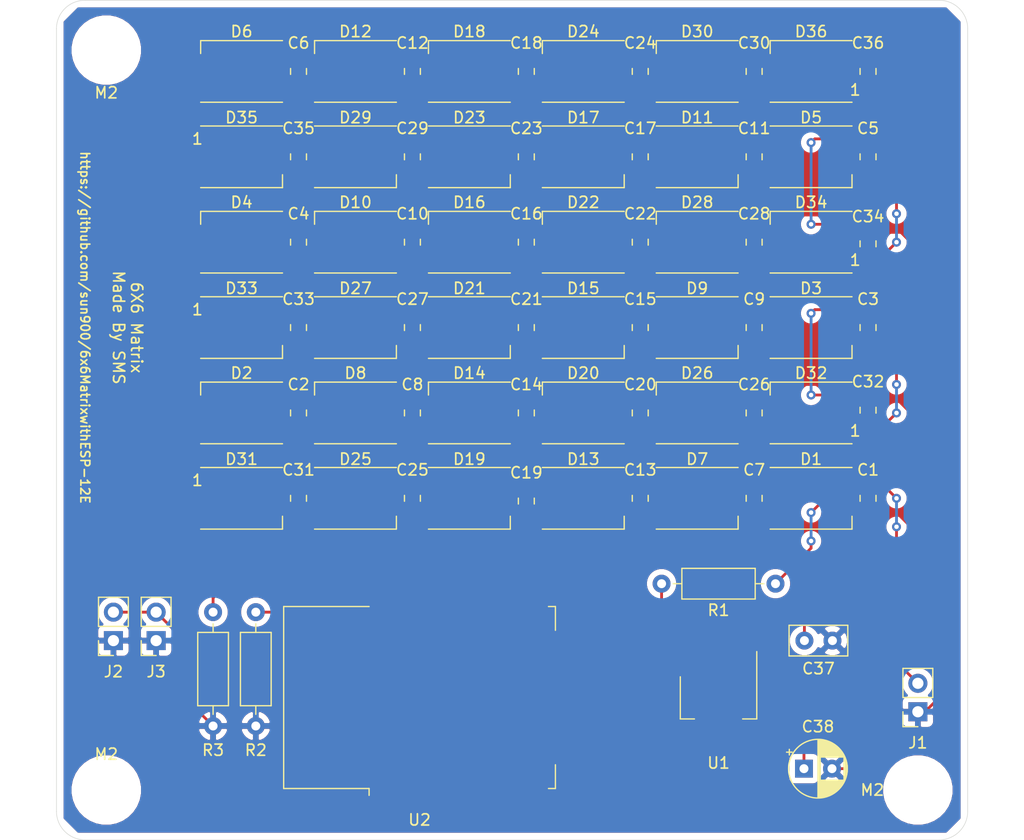
<source format=kicad_pcb>
(kicad_pcb (version 20171130) (host pcbnew "(5.1.6)-1")
  (layers (0 F.Cu signal) (31 B.Cu signal) (34 B.Paste user hide) (35 F.Paste user hide) (36 B.SilkS user) (37 F.SilkS user) (38 B.Mask user) (39 F.Mask user) (44 Edge.Cuts user))
  (net 0 "")
  (net 1 GPIO_SW_Conn_1)
  (net 2 +5V)
  (net 3 +3V3)
  (net 4 GPIO_LED)
  (net 5 "Net-(D1-Pad2)")
  (net 6 "Net-(D2-Pad4)")
  (net 7 "Net-(D2-Pad2)")
  (net 8 "Net-(D3-Pad2)")
  (net 9 "Net-(D3-Pad4)")
  (net 10 "Net-(D33-Pad2)")
  (net 11 "Net-(D10-Pad4)")
  (net 12 "Net-(D34-Pad2)")
  (net 13 "Net-(D11-Pad4)")
  (net 14 "Net-(D12-Pad4)")
  (net 15 "Net-(D35-Pad2)")
  (net 16 "Net-(D13-Pad4)")
  (net 17 "Net-(D14-Pad4)")
  (net 18 "Net-(D15-Pad4)")
  (net 19 "Net-(D10-Pad2)")
  (net 20 "Net-(D11-Pad2)")
  (net 21 "Net-(D12-Pad2)")
  (net 22 "Net-(D13-Pad2)")
  (net 23 "Net-(D14-Pad2)")
  (net 24 "Net-(D15-Pad2)")
  (net 25 "Net-(D16-Pad2)")
  (net 26 "Net-(D17-Pad2)")
  (net 27 "Net-(D18-Pad2)")
  (net 28 "Net-(D19-Pad2)")
  (net 29 "Net-(D20-Pad2)")
  (net 30 "Net-(D21-Pad2)")
  (net 31 "Net-(D22-Pad2)")
  (net 32 "Net-(D23-Pad2)")
  (net 33 "Net-(D24-Pad2)")
  (net 34 "Net-(D25-Pad2)")
  (net 35 "Net-(D26-Pad2)")
  (net 36 "Net-(D27-Pad2)")
  (net 37 "Net-(D28-Pad2)")
  (net 38 "Net-(D29-Pad2)")
  (net 39 "Net-(D30-Pad2)")
  (net 40 "Net-(D36-Pad2)")
  (net 41 "Net-(R1-Pad2)")
  (net 42 "Net-(U2-Pad1)")
  (net 43 "Net-(U2-Pad2)")
  (net 44 "Net-(U2-Pad4)")
  (net 45 "Net-(U2-Pad5)")
  (net 46 "Net-(U2-Pad6)")
  (net 47 "Net-(U2-Pad7)")
  (net 48 "Net-(U2-Pad9)")
  (net 49 "Net-(U2-Pad10)")
  (net 50 "Net-(U2-Pad13)")
  (net 51 "Net-(U2-Pad14)")
  (net 52 "Net-(U2-Pad16)")
  (net 53 "Net-(U2-Pad17)")
  (net 54 "Net-(U2-Pad19)")
  (net 55 "Net-(U2-Pad20)")
  (net 56 "Net-(U2-Pad12)")
  (net 57 "Net-(U2-Pad18)")
  (net 58 GND)
  (net 59 GPIO_SW_Conn_2)
  (module MountingHole:MountingHole_2.2mm_M2 (layer F.Cu) (at 131.445 144.145)
    (fp_text reference M2 (at 0 -3.2) (layer F.SilkS))
    (fp_text value MountingHole_2.2mm_M2)
    (pad 1 np_thru_hole circle (at 0 0) (size 2.2 2.2) (drill 2.2) (layers *.Cu *.Mask))
  )
  (module MountingHole:MountingHole_2.2mm_M2 (layer F.Cu) (at 203.835 144.145)
    (fp_text reference M2 (at -4.064 0) (layer F.SilkS))
    (fp_text value MountingHole_2.2mm_M2)
    (pad 1 np_thru_hole circle (at 0 0) (size 2.2 2.2) (drill 2.2) (layers *.Cu *.Mask))
  )
  (module MountingHole:MountingHole_2.2mm_M2 (layer F.Cu) (at 131.445 78.105)
    (fp_text reference M2 (at 0 3.81) (layer F.SilkS))
    (fp_text value MountingHole_2.2mm_M2)
    (pad 1 np_thru_hole circle (at 0 0) (size 2.2 2.2) (drill 2.2) (layers *.Cu *.Mask))
  )
  (module LED_SMD:LED_WS2812B_PLCC4_5.0x5.0mm_P3.2mm (layer F.Cu) (at 194.31 110.49 180)
    (fp_text reference D32 (at 0 3.556) (layer F.SilkS))
    (fp_text value WS2812B)
    (fp_text user 1 (at -3.937 -1.6) (layer F.SilkS))
    (pad 1 smd rect (at -2.45 -1.6 180) (size 1.5 1) (layers F.Cu F.Paste F.Mask) (net 2 +5V))
    (pad 2 smd rect (at -2.45 1.6 180) (size 1.5 1) (layers F.Cu F.Paste F.Mask) (net 9 "Net-(D3-Pad4)"))
    (pad 4 smd rect (at 2.45 -1.6 180) (size 1.5 1) (layers F.Cu F.Paste F.Mask) (net 35 "Net-(D26-Pad2)"))
    (pad 3 smd rect (at 2.45 1.6 180) (size 1.5 1) (layers F.Cu F.Paste F.Mask) (net 58 GND))
  )
  (module Package_TO_SOT_SMD:SOT-223-3_TabPin2 (layer F.Cu) (at 186.055 135.89 270)
    (fp_text reference U1 (at 5.842 0 180) (layer F.SilkS))
    (fp_text value AMS1117-3.3)
    (pad 2 smd rect (at 3.15 0 270) (size 2 3.8) (layers F.Cu F.Paste F.Mask) (net 3 +3V3))
    (pad 2 smd rect (at -3.15 0 270) (size 2 1.5) (layers F.Cu F.Paste F.Mask) (net 3 +3V3))
    (pad 3 smd rect (at -3.15 2.3 270) (size 2 1.5) (layers F.Cu F.Paste F.Mask) (net 2 +5V))
    (pad 1 smd rect (at -3.15 -2.3 270) (size 2 1.5) (layers F.Cu F.Paste F.Mask) (net 58 GND))
  )
  (module Capacitor_THT:CP_Radial_D5.0mm_P2.50mm (layer F.Cu) (at 193.675 142.24)
    (fp_text reference C38 (at 1.25 -3.75) (layer F.SilkS))
    (fp_text value 10µF)
    (pad 1 thru_hole rect (at 0 0) (size 1.6 1.6) (drill 0.8) (layers *.Cu *.Mask) (net 3 +3V3))
    (pad 2 thru_hole circle (at 2.5 0) (size 1.6 1.6) (drill 0.8) (layers *.Cu *.Mask) (net 58 GND))
  )
  (module RF_Module:ESP-12E (layer F.Cu) (at 159.385 135.89 90)
    (fp_text reference U2 (at -10.922 0 180) (layer F.SilkS))
    (fp_text value ESP-12E)
    (pad 1 smd rect (at -7.6 -3.5 90) (size 2.5 1) (layers F.Cu F.Paste F.Mask) (net 42 "Net-(U2-Pad1)"))
    (pad 2 smd rect (at -7.6 -1.5 90) (size 2.5 1) (layers F.Cu F.Paste F.Mask) (net 43 "Net-(U2-Pad2)"))
    (pad 3 smd rect (at -7.6 0.5 90) (size 2.5 1) (layers F.Cu F.Paste F.Mask) (net 3 +3V3))
    (pad 4 smd rect (at -7.6 2.5 90) (size 2.5 1) (layers F.Cu F.Paste F.Mask) (net 44 "Net-(U2-Pad4)"))
    (pad 5 smd rect (at -7.6 4.5 90) (size 2.5 1) (layers F.Cu F.Paste F.Mask) (net 45 "Net-(U2-Pad5)"))
    (pad 6 smd rect (at -7.6 6.5 90) (size 2.5 1) (layers F.Cu F.Paste F.Mask) (net 46 "Net-(U2-Pad6)"))
    (pad 7 smd rect (at -7.6 8.5 90) (size 2.5 1) (layers F.Cu F.Paste F.Mask) (net 47 "Net-(U2-Pad7)"))
    (pad 8 smd rect (at -7.6 10.5 90) (size 2.5 1) (layers F.Cu F.Paste F.Mask) (net 3 +3V3))
    (pad 9 smd rect (at -5 12 90) (size 1 1.8) (layers F.Cu F.Paste F.Mask) (net 48 "Net-(U2-Pad9)"))
    (pad 10 smd rect (at -3 12 90) (size 1 1.8) (layers F.Cu F.Paste F.Mask) (net 49 "Net-(U2-Pad10)"))
    (pad 11 smd rect (at -1 12 90) (size 1 1.8) (layers F.Cu F.Paste F.Mask) (net 41 "Net-(R1-Pad2)"))
    (pad 12 smd rect (at 1 12 90) (size 1 1.8) (layers F.Cu F.Paste F.Mask) (net 56 "Net-(U2-Pad12)"))
    (pad 13 smd rect (at 3 12 90) (size 1 1.8) (layers F.Cu F.Paste F.Mask) (net 50 "Net-(U2-Pad13)"))
    (pad 14 smd rect (at 5 12 90) (size 1 1.8) (layers F.Cu F.Paste F.Mask) (net 51 "Net-(U2-Pad14)"))
    (pad 15 smd rect (at 7.6 10.5 90) (size 2.5 1) (layers F.Cu F.Paste F.Mask) (net 58 GND))
    (pad 16 smd rect (at 7.6 8.5 90) (size 2.5 1) (layers F.Cu F.Paste F.Mask) (net 52 "Net-(U2-Pad16)"))
    (pad 17 smd rect (at 7.6 6.5 90) (size 2.5 1) (layers F.Cu F.Paste F.Mask) (net 53 "Net-(U2-Pad17)"))
    (pad 18 smd rect (at 7.6 4.5 90) (size 2.5 1) (layers F.Cu F.Paste F.Mask) (net 57 "Net-(U2-Pad18)"))
    (pad 19 smd rect (at 7.6 2.5 90) (size 2.5 1) (layers F.Cu F.Paste F.Mask) (net 54 "Net-(U2-Pad19)"))
    (pad 20 smd rect (at 7.6 0.5 90) (size 2.5 1) (layers F.Cu F.Paste F.Mask) (net 55 "Net-(U2-Pad20)"))
    (pad 21 smd rect (at 7.6 -1.5 90) (size 2.5 1) (layers F.Cu F.Paste F.Mask) (net 59 GPIO_SW_Conn_2))
    (pad 22 smd rect (at 7.6 -3.5 90) (size 2.5 1) (layers F.Cu F.Paste F.Mask) (net 1 GPIO_SW_Conn_1))
  )
  (module Capacitor_THT:C_Disc_D5.0mm_W2.5mm_P2.50mm (layer F.Cu) (at 196.215 130.81 180)
    (fp_text reference C37 (at 1.25 -2.5) (layer F.SilkS))
    (fp_text value 104)
    (pad 1 thru_hole circle (at 0 0 180) (size 1.6 1.6) (drill 0.8) (layers *.Cu *.Mask) (net 58 GND))
    (pad 2 thru_hole circle (at 2.5 0 180) (size 1.6 1.6) (drill 0.8) (layers *.Cu *.Mask) (net 2 +5V))
  )
  (module LED_SMD:LED_WS2812B_PLCC4_5.0x5.0mm_P3.2mm (layer F.Cu) (at 194.31 118.11)
    (fp_text reference D1 (at 0 -3.5) (layer F.SilkS))
    (fp_text value WS2812B)
    (pad 3 smd rect (at 2.45 1.6) (size 1.5 1) (layers F.Cu F.Paste F.Mask) (net 58 GND))
    (pad 4 smd rect (at 2.45 -1.6) (size 1.5 1) (layers F.Cu F.Paste F.Mask) (net 4 GPIO_LED))
    (pad 2 smd rect (at -2.45 1.6) (size 1.5 1) (layers F.Cu F.Paste F.Mask) (net 5 "Net-(D1-Pad2)"))
    (pad 1 smd rect (at -2.45 -1.6) (size 1.5 1) (layers F.Cu F.Paste F.Mask) (net 2 +5V))
  )
  (module LED_SMD:LED_WS2812B_PLCC4_5.0x5.0mm_P3.2mm (layer F.Cu) (at 143.51 110.49 180)
    (fp_text reference D2 (at 0 3.556) (layer F.SilkS))
    (fp_text value WS2812B)
    (pad 3 smd rect (at 2.45 1.6 180) (size 1.5 1) (layers F.Cu F.Paste F.Mask) (net 58 GND))
    (pad 4 smd rect (at 2.45 -1.6 180) (size 1.5 1) (layers F.Cu F.Paste F.Mask) (net 6 "Net-(D2-Pad4)"))
    (pad 2 smd rect (at -2.45 1.6 180) (size 1.5 1) (layers F.Cu F.Paste F.Mask) (net 7 "Net-(D2-Pad2)"))
    (pad 1 smd rect (at -2.45 -1.6 180) (size 1.5 1) (layers F.Cu F.Paste F.Mask) (net 2 +5V))
  )
  (module LED_SMD:LED_WS2812B_PLCC4_5.0x5.0mm_P3.2mm (layer F.Cu) (at 194.31 102.87)
    (fp_text reference D3 (at 0 -3.5) (layer F.SilkS))
    (fp_text value WS2812B)
    (pad 1 smd rect (at -2.45 -1.6) (size 1.5 1) (layers F.Cu F.Paste F.Mask) (net 2 +5V))
    (pad 2 smd rect (at -2.45 1.6) (size 1.5 1) (layers F.Cu F.Paste F.Mask) (net 8 "Net-(D3-Pad2)"))
    (pad 4 smd rect (at 2.45 -1.6) (size 1.5 1) (layers F.Cu F.Paste F.Mask) (net 9 "Net-(D3-Pad4)"))
    (pad 3 smd rect (at 2.45 1.6) (size 1.5 1) (layers F.Cu F.Paste F.Mask) (net 58 GND))
  )
  (module LED_SMD:LED_WS2812B_PLCC4_5.0x5.0mm_P3.2mm (layer F.Cu) (at 143.51 95.25 180)
    (fp_text reference D4 (at 0 3.556) (layer F.SilkS))
    (fp_text value WS2812B)
    (pad 3 smd rect (at 2.45 1.6 180) (size 1.5 1) (layers F.Cu F.Paste F.Mask) (net 58 GND))
    (pad 4 smd rect (at 2.45 -1.6 180) (size 1.5 1) (layers F.Cu F.Paste F.Mask) (net 10 "Net-(D33-Pad2)"))
    (pad 2 smd rect (at -2.45 1.6 180) (size 1.5 1) (layers F.Cu F.Paste F.Mask) (net 11 "Net-(D10-Pad4)"))
    (pad 1 smd rect (at -2.45 -1.6 180) (size 1.5 1) (layers F.Cu F.Paste F.Mask) (net 2 +5V))
  )
  (module LED_SMD:LED_WS2812B_PLCC4_5.0x5.0mm_P3.2mm (layer F.Cu) (at 194.31 87.63)
    (fp_text reference D5 (at 0 -3.5) (layer F.SilkS))
    (fp_text value WS2812B)
    (pad 1 smd rect (at -2.45 -1.6) (size 1.5 1) (layers F.Cu F.Paste F.Mask) (net 2 +5V))
    (pad 2 smd rect (at -2.45 1.6) (size 1.5 1) (layers F.Cu F.Paste F.Mask) (net 13 "Net-(D11-Pad4)"))
    (pad 4 smd rect (at 2.45 -1.6) (size 1.5 1) (layers F.Cu F.Paste F.Mask) (net 12 "Net-(D34-Pad2)"))
    (pad 3 smd rect (at 2.45 1.6) (size 1.5 1) (layers F.Cu F.Paste F.Mask) (net 58 GND))
  )
  (module LED_SMD:LED_WS2812B_PLCC4_5.0x5.0mm_P3.2mm (layer F.Cu) (at 143.51 80.01 180)
    (fp_text reference D6 (at 0 3.556) (layer F.SilkS))
    (fp_text value WS2812B)
    (pad 1 smd rect (at -2.45 -1.6 180) (size 1.5 1) (layers F.Cu F.Paste F.Mask) (net 2 +5V))
    (pad 2 smd rect (at -2.45 1.6 180) (size 1.5 1) (layers F.Cu F.Paste F.Mask) (net 14 "Net-(D12-Pad4)"))
    (pad 4 smd rect (at 2.45 -1.6 180) (size 1.5 1) (layers F.Cu F.Paste F.Mask) (net 15 "Net-(D35-Pad2)"))
    (pad 3 smd rect (at 2.45 1.6 180) (size 1.5 1) (layers F.Cu F.Paste F.Mask) (net 58 GND))
  )
  (module LED_SMD:LED_WS2812B_PLCC4_5.0x5.0mm_P3.2mm (layer F.Cu) (at 184.15 118.11)
    (fp_text reference D7 (at 0 -3.5) (layer F.SilkS))
    (fp_text value WS2812B)
    (pad 1 smd rect (at -2.45 -1.6) (size 1.5 1) (layers F.Cu F.Paste F.Mask) (net 2 +5V))
    (pad 2 smd rect (at -2.45 1.6) (size 1.5 1) (layers F.Cu F.Paste F.Mask) (net 16 "Net-(D13-Pad4)"))
    (pad 4 smd rect (at 2.45 -1.6) (size 1.5 1) (layers F.Cu F.Paste F.Mask) (net 5 "Net-(D1-Pad2)"))
    (pad 3 smd rect (at 2.45 1.6) (size 1.5 1) (layers F.Cu F.Paste F.Mask) (net 58 GND))
  )
  (module LED_SMD:LED_WS2812B_PLCC4_5.0x5.0mm_P3.2mm (layer F.Cu) (at 153.67 110.49 180)
    (fp_text reference D8 (at 0 3.556) (layer F.SilkS))
    (fp_text value WS2812B)
    (pad 3 smd rect (at 2.45 1.6 180) (size 1.5 1) (layers F.Cu F.Paste F.Mask) (net 58 GND))
    (pad 4 smd rect (at 2.45 -1.6 180) (size 1.5 1) (layers F.Cu F.Paste F.Mask) (net 7 "Net-(D2-Pad2)"))
    (pad 2 smd rect (at -2.45 1.6 180) (size 1.5 1) (layers F.Cu F.Paste F.Mask) (net 17 "Net-(D14-Pad4)"))
    (pad 1 smd rect (at -2.45 -1.6 180) (size 1.5 1) (layers F.Cu F.Paste F.Mask) (net 2 +5V))
  )
  (module LED_SMD:LED_WS2812B_PLCC4_5.0x5.0mm_P3.2mm (layer F.Cu) (at 184.15 102.87)
    (fp_text reference D9 (at 0 -3.5) (layer F.SilkS))
    (fp_text value WS2812B)
    (pad 1 smd rect (at -2.45 -1.6) (size 1.5 1) (layers F.Cu F.Paste F.Mask) (net 2 +5V))
    (pad 2 smd rect (at -2.45 1.6) (size 1.5 1) (layers F.Cu F.Paste F.Mask) (net 18 "Net-(D15-Pad4)"))
    (pad 4 smd rect (at 2.45 -1.6) (size 1.5 1) (layers F.Cu F.Paste F.Mask) (net 8 "Net-(D3-Pad2)"))
    (pad 3 smd rect (at 2.45 1.6) (size 1.5 1) (layers F.Cu F.Paste F.Mask) (net 58 GND))
  )
  (module LED_SMD:LED_WS2812B_PLCC4_5.0x5.0mm_P3.2mm (layer F.Cu) (at 153.67 95.25 180)
    (fp_text reference D10 (at 0 3.556) (layer F.SilkS))
    (fp_text value WS2812B)
    (pad 3 smd rect (at 2.45 1.6 180) (size 1.5 1) (layers F.Cu F.Paste F.Mask) (net 58 GND))
    (pad 4 smd rect (at 2.45 -1.6 180) (size 1.5 1) (layers F.Cu F.Paste F.Mask) (net 11 "Net-(D10-Pad4)"))
    (pad 2 smd rect (at -2.45 1.6 180) (size 1.5 1) (layers F.Cu F.Paste F.Mask) (net 19 "Net-(D10-Pad2)"))
    (pad 1 smd rect (at -2.45 -1.6 180) (size 1.5 1) (layers F.Cu F.Paste F.Mask) (net 2 +5V))
  )
  (module LED_SMD:LED_WS2812B_PLCC4_5.0x5.0mm_P3.2mm (layer F.Cu) (at 184.15 87.63)
    (fp_text reference D11 (at 0 -3.5) (layer F.SilkS))
    (fp_text value WS2812B)
    (pad 1 smd rect (at -2.45 -1.6) (size 1.5 1) (layers F.Cu F.Paste F.Mask) (net 2 +5V))
    (pad 2 smd rect (at -2.45 1.6) (size 1.5 1) (layers F.Cu F.Paste F.Mask) (net 20 "Net-(D11-Pad2)"))
    (pad 4 smd rect (at 2.45 -1.6) (size 1.5 1) (layers F.Cu F.Paste F.Mask) (net 13 "Net-(D11-Pad4)"))
    (pad 3 smd rect (at 2.45 1.6) (size 1.5 1) (layers F.Cu F.Paste F.Mask) (net 58 GND))
  )
  (module LED_SMD:LED_WS2812B_PLCC4_5.0x5.0mm_P3.2mm (layer F.Cu) (at 153.67 80.01 180)
    (fp_text reference D12 (at 0 3.556) (layer F.SilkS))
    (fp_text value WS2812B)
    (pad 1 smd rect (at -2.45 -1.6 180) (size 1.5 1) (layers F.Cu F.Paste F.Mask) (net 2 +5V))
    (pad 2 smd rect (at -2.45 1.6 180) (size 1.5 1) (layers F.Cu F.Paste F.Mask) (net 21 "Net-(D12-Pad2)"))
    (pad 4 smd rect (at 2.45 -1.6 180) (size 1.5 1) (layers F.Cu F.Paste F.Mask) (net 14 "Net-(D12-Pad4)"))
    (pad 3 smd rect (at 2.45 1.6 180) (size 1.5 1) (layers F.Cu F.Paste F.Mask) (net 58 GND))
  )
  (module LED_SMD:LED_WS2812B_PLCC4_5.0x5.0mm_P3.2mm (layer F.Cu) (at 173.99 118.11)
    (fp_text reference D13 (at 0 -3.5) (layer F.SilkS))
    (fp_text value WS2812B)
    (pad 3 smd rect (at 2.45 1.6) (size 1.5 1) (layers F.Cu F.Paste F.Mask) (net 58 GND))
    (pad 4 smd rect (at 2.45 -1.6) (size 1.5 1) (layers F.Cu F.Paste F.Mask) (net 16 "Net-(D13-Pad4)"))
    (pad 2 smd rect (at -2.45 1.6) (size 1.5 1) (layers F.Cu F.Paste F.Mask) (net 22 "Net-(D13-Pad2)"))
    (pad 1 smd rect (at -2.45 -1.6) (size 1.5 1) (layers F.Cu F.Paste F.Mask) (net 2 +5V))
  )
  (module LED_SMD:LED_WS2812B_PLCC4_5.0x5.0mm_P3.2mm (layer F.Cu) (at 163.83 110.49 180)
    (fp_text reference D14 (at 0 3.556) (layer F.SilkS))
    (fp_text value WS2812B)
    (pad 1 smd rect (at -2.45 -1.6 180) (size 1.5 1) (layers F.Cu F.Paste F.Mask) (net 2 +5V))
    (pad 2 smd rect (at -2.45 1.6 180) (size 1.5 1) (layers F.Cu F.Paste F.Mask) (net 23 "Net-(D14-Pad2)"))
    (pad 4 smd rect (at 2.45 -1.6 180) (size 1.5 1) (layers F.Cu F.Paste F.Mask) (net 17 "Net-(D14-Pad4)"))
    (pad 3 smd rect (at 2.45 1.6 180) (size 1.5 1) (layers F.Cu F.Paste F.Mask) (net 58 GND))
  )
  (module LED_SMD:LED_WS2812B_PLCC4_5.0x5.0mm_P3.2mm (layer F.Cu) (at 173.99 102.87)
    (fp_text reference D15 (at 0 -3.5) (layer F.SilkS))
    (fp_text value WS2812B)
    (pad 3 smd rect (at 2.45 1.6) (size 1.5 1) (layers F.Cu F.Paste F.Mask) (net 58 GND))
    (pad 4 smd rect (at 2.45 -1.6) (size 1.5 1) (layers F.Cu F.Paste F.Mask) (net 18 "Net-(D15-Pad4)"))
    (pad 2 smd rect (at -2.45 1.6) (size 1.5 1) (layers F.Cu F.Paste F.Mask) (net 24 "Net-(D15-Pad2)"))
    (pad 1 smd rect (at -2.45 -1.6) (size 1.5 1) (layers F.Cu F.Paste F.Mask) (net 2 +5V))
  )
  (module LED_SMD:LED_WS2812B_PLCC4_5.0x5.0mm_P3.2mm (layer F.Cu) (at 163.83 95.25 180)
    (fp_text reference D16 (at 0 3.556) (layer F.SilkS))
    (fp_text value WS2812B)
    (pad 1 smd rect (at -2.45 -1.6 180) (size 1.5 1) (layers F.Cu F.Paste F.Mask) (net 2 +5V))
    (pad 2 smd rect (at -2.45 1.6 180) (size 1.5 1) (layers F.Cu F.Paste F.Mask) (net 25 "Net-(D16-Pad2)"))
    (pad 4 smd rect (at 2.45 -1.6 180) (size 1.5 1) (layers F.Cu F.Paste F.Mask) (net 19 "Net-(D10-Pad2)"))
    (pad 3 smd rect (at 2.45 1.6 180) (size 1.5 1) (layers F.Cu F.Paste F.Mask) (net 58 GND))
  )
  (module LED_SMD:LED_WS2812B_PLCC4_5.0x5.0mm_P3.2mm (layer F.Cu) (at 173.99 87.63)
    (fp_text reference D17 (at 0 -3.5) (layer F.SilkS))
    (fp_text value WS2812B)
    (pad 3 smd rect (at 2.45 1.6) (size 1.5 1) (layers F.Cu F.Paste F.Mask) (net 58 GND))
    (pad 4 smd rect (at 2.45 -1.6) (size 1.5 1) (layers F.Cu F.Paste F.Mask) (net 20 "Net-(D11-Pad2)"))
    (pad 2 smd rect (at -2.45 1.6) (size 1.5 1) (layers F.Cu F.Paste F.Mask) (net 26 "Net-(D17-Pad2)"))
    (pad 1 smd rect (at -2.45 -1.6) (size 1.5 1) (layers F.Cu F.Paste F.Mask) (net 2 +5V))
  )
  (module LED_SMD:LED_WS2812B_PLCC4_5.0x5.0mm_P3.2mm (layer F.Cu) (at 163.83 80.01 180)
    (fp_text reference D18 (at 0 3.556) (layer F.SilkS))
    (fp_text value WS2812B)
    (pad 3 smd rect (at 2.45 1.6 180) (size 1.5 1) (layers F.Cu F.Paste F.Mask) (net 58 GND))
    (pad 4 smd rect (at 2.45 -1.6 180) (size 1.5 1) (layers F.Cu F.Paste F.Mask) (net 21 "Net-(D12-Pad2)"))
    (pad 2 smd rect (at -2.45 1.6 180) (size 1.5 1) (layers F.Cu F.Paste F.Mask) (net 27 "Net-(D18-Pad2)"))
    (pad 1 smd rect (at -2.45 -1.6 180) (size 1.5 1) (layers F.Cu F.Paste F.Mask) (net 2 +5V))
  )
  (module LED_SMD:LED_WS2812B_PLCC4_5.0x5.0mm_P3.2mm (layer F.Cu) (at 163.83 118.11)
    (fp_text reference D19 (at 0 -3.5) (layer F.SilkS))
    (fp_text value WS2812B)
    (pad 1 smd rect (at -2.45 -1.6) (size 1.5 1) (layers F.Cu F.Paste F.Mask) (net 2 +5V))
    (pad 2 smd rect (at -2.45 1.6) (size 1.5 1) (layers F.Cu F.Paste F.Mask) (net 28 "Net-(D19-Pad2)"))
    (pad 4 smd rect (at 2.45 -1.6) (size 1.5 1) (layers F.Cu F.Paste F.Mask) (net 22 "Net-(D13-Pad2)"))
    (pad 3 smd rect (at 2.45 1.6) (size 1.5 1) (layers F.Cu F.Paste F.Mask) (net 58 GND))
  )
  (module LED_SMD:LED_WS2812B_PLCC4_5.0x5.0mm_P3.2mm (layer F.Cu) (at 173.99 110.49 180)
    (fp_text reference D20 (at 0 3.556) (layer F.SilkS))
    (fp_text value WS2812B)
    (pad 3 smd rect (at 2.45 1.6 180) (size 1.5 1) (layers F.Cu F.Paste F.Mask) (net 58 GND))
    (pad 4 smd rect (at 2.45 -1.6 180) (size 1.5 1) (layers F.Cu F.Paste F.Mask) (net 23 "Net-(D14-Pad2)"))
    (pad 2 smd rect (at -2.45 1.6 180) (size 1.5 1) (layers F.Cu F.Paste F.Mask) (net 29 "Net-(D20-Pad2)"))
    (pad 1 smd rect (at -2.45 -1.6 180) (size 1.5 1) (layers F.Cu F.Paste F.Mask) (net 2 +5V))
  )
  (module LED_SMD:LED_WS2812B_PLCC4_5.0x5.0mm_P3.2mm (layer F.Cu) (at 163.83 102.87)
    (fp_text reference D21 (at 0 -3.5) (layer F.SilkS))
    (fp_text value WS2812B)
    (pad 3 smd rect (at 2.45 1.6) (size 1.5 1) (layers F.Cu F.Paste F.Mask) (net 58 GND))
    (pad 4 smd rect (at 2.45 -1.6) (size 1.5 1) (layers F.Cu F.Paste F.Mask) (net 24 "Net-(D15-Pad2)"))
    (pad 2 smd rect (at -2.45 1.6) (size 1.5 1) (layers F.Cu F.Paste F.Mask) (net 30 "Net-(D21-Pad2)"))
    (pad 1 smd rect (at -2.45 -1.6) (size 1.5 1) (layers F.Cu F.Paste F.Mask) (net 2 +5V))
  )
  (module LED_SMD:LED_WS2812B_PLCC4_5.0x5.0mm_P3.2mm (layer F.Cu) (at 173.99 95.25 180)
    (fp_text reference D22 (at 0 3.556) (layer F.SilkS))
    (fp_text value WS2812B)
    (pad 1 smd rect (at -2.45 -1.6 180) (size 1.5 1) (layers F.Cu F.Paste F.Mask) (net 2 +5V))
    (pad 2 smd rect (at -2.45 1.6 180) (size 1.5 1) (layers F.Cu F.Paste F.Mask) (net 31 "Net-(D22-Pad2)"))
    (pad 4 smd rect (at 2.45 -1.6 180) (size 1.5 1) (layers F.Cu F.Paste F.Mask) (net 25 "Net-(D16-Pad2)"))
    (pad 3 smd rect (at 2.45 1.6 180) (size 1.5 1) (layers F.Cu F.Paste F.Mask) (net 58 GND))
  )
  (module LED_SMD:LED_WS2812B_PLCC4_5.0x5.0mm_P3.2mm (layer F.Cu) (at 163.83 87.63)
    (fp_text reference D23 (at 0 -3.5) (layer F.SilkS))
    (fp_text value WS2812B)
    (pad 1 smd rect (at -2.45 -1.6) (size 1.5 1) (layers F.Cu F.Paste F.Mask) (net 2 +5V))
    (pad 2 smd rect (at -2.45 1.6) (size 1.5 1) (layers F.Cu F.Paste F.Mask) (net 32 "Net-(D23-Pad2)"))
    (pad 4 smd rect (at 2.45 -1.6) (size 1.5 1) (layers F.Cu F.Paste F.Mask) (net 26 "Net-(D17-Pad2)"))
    (pad 3 smd rect (at 2.45 1.6) (size 1.5 1) (layers F.Cu F.Paste F.Mask) (net 58 GND))
  )
  (module LED_SMD:LED_WS2812B_PLCC4_5.0x5.0mm_P3.2mm (layer F.Cu) (at 173.99 80.01 180)
    (fp_text reference D24 (at 0 3.556) (layer F.SilkS))
    (fp_text value WS2812B)
    (pad 1 smd rect (at -2.45 -1.6 180) (size 1.5 1) (layers F.Cu F.Paste F.Mask) (net 2 +5V))
    (pad 2 smd rect (at -2.45 1.6 180) (size 1.5 1) (layers F.Cu F.Paste F.Mask) (net 33 "Net-(D24-Pad2)"))
    (pad 4 smd rect (at 2.45 -1.6 180) (size 1.5 1) (layers F.Cu F.Paste F.Mask) (net 27 "Net-(D18-Pad2)"))
    (pad 3 smd rect (at 2.45 1.6 180) (size 1.5 1) (layers F.Cu F.Paste F.Mask) (net 58 GND))
  )
  (module LED_SMD:LED_WS2812B_PLCC4_5.0x5.0mm_P3.2mm (layer F.Cu) (at 153.67 118.11)
    (fp_text reference D25 (at 0 -3.5) (layer F.SilkS))
    (fp_text value WS2812B)
    (pad 3 smd rect (at 2.45 1.6) (size 1.5 1) (layers F.Cu F.Paste F.Mask) (net 58 GND))
    (pad 4 smd rect (at 2.45 -1.6) (size 1.5 1) (layers F.Cu F.Paste F.Mask) (net 28 "Net-(D19-Pad2)"))
    (pad 2 smd rect (at -2.45 1.6) (size 1.5 1) (layers F.Cu F.Paste F.Mask) (net 34 "Net-(D25-Pad2)"))
    (pad 1 smd rect (at -2.45 -1.6) (size 1.5 1) (layers F.Cu F.Paste F.Mask) (net 2 +5V))
  )
  (module LED_SMD:LED_WS2812B_PLCC4_5.0x5.0mm_P3.2mm (layer F.Cu) (at 184.15 110.49 180)
    (fp_text reference D26 (at 0 3.556) (layer F.SilkS))
    (fp_text value WS2812B)
    (pad 3 smd rect (at 2.45 1.6 180) (size 1.5 1) (layers F.Cu F.Paste F.Mask) (net 58 GND))
    (pad 4 smd rect (at 2.45 -1.6 180) (size 1.5 1) (layers F.Cu F.Paste F.Mask) (net 29 "Net-(D20-Pad2)"))
    (pad 2 smd rect (at -2.45 1.6 180) (size 1.5 1) (layers F.Cu F.Paste F.Mask) (net 35 "Net-(D26-Pad2)"))
    (pad 1 smd rect (at -2.45 -1.6 180) (size 1.5 1) (layers F.Cu F.Paste F.Mask) (net 2 +5V))
  )
  (module LED_SMD:LED_WS2812B_PLCC4_5.0x5.0mm_P3.2mm (layer F.Cu) (at 153.67 102.87)
    (fp_text reference D27 (at 0 -3.5) (layer F.SilkS))
    (fp_text value WS2812B)
    (pad 1 smd rect (at -2.45 -1.6) (size 1.5 1) (layers F.Cu F.Paste F.Mask) (net 2 +5V))
    (pad 2 smd rect (at -2.45 1.6) (size 1.5 1) (layers F.Cu F.Paste F.Mask) (net 36 "Net-(D27-Pad2)"))
    (pad 4 smd rect (at 2.45 -1.6) (size 1.5 1) (layers F.Cu F.Paste F.Mask) (net 30 "Net-(D21-Pad2)"))
    (pad 3 smd rect (at 2.45 1.6) (size 1.5 1) (layers F.Cu F.Paste F.Mask) (net 58 GND))
  )
  (module LED_SMD:LED_WS2812B_PLCC4_5.0x5.0mm_P3.2mm (layer F.Cu) (at 184.15 95.25 180)
    (fp_text reference D28 (at 0 3.556) (layer F.SilkS))
    (fp_text value WS2812B)
    (pad 3 smd rect (at 2.45 1.6 180) (size 1.5 1) (layers F.Cu F.Paste F.Mask) (net 58 GND))
    (pad 4 smd rect (at 2.45 -1.6 180) (size 1.5 1) (layers F.Cu F.Paste F.Mask) (net 31 "Net-(D22-Pad2)"))
    (pad 2 smd rect (at -2.45 1.6 180) (size 1.5 1) (layers F.Cu F.Paste F.Mask) (net 37 "Net-(D28-Pad2)"))
    (pad 1 smd rect (at -2.45 -1.6 180) (size 1.5 1) (layers F.Cu F.Paste F.Mask) (net 2 +5V))
  )
  (module LED_SMD:LED_WS2812B_PLCC4_5.0x5.0mm_P3.2mm (layer F.Cu) (at 153.67 87.63)
    (fp_text reference D29 (at 0 -3.5) (layer F.SilkS))
    (fp_text value WS2812B)
    (pad 1 smd rect (at -2.45 -1.6) (size 1.5 1) (layers F.Cu F.Paste F.Mask) (net 2 +5V))
    (pad 2 smd rect (at -2.45 1.6) (size 1.5 1) (layers F.Cu F.Paste F.Mask) (net 38 "Net-(D29-Pad2)"))
    (pad 4 smd rect (at 2.45 -1.6) (size 1.5 1) (layers F.Cu F.Paste F.Mask) (net 32 "Net-(D23-Pad2)"))
    (pad 3 smd rect (at 2.45 1.6) (size 1.5 1) (layers F.Cu F.Paste F.Mask) (net 58 GND))
  )
  (module LED_SMD:LED_WS2812B_PLCC4_5.0x5.0mm_P3.2mm (layer F.Cu) (at 184.15 80.01 180)
    (fp_text reference D30 (at 0 3.556) (layer F.SilkS))
    (fp_text value WS2812B)
    (pad 3 smd rect (at 2.45 1.6 180) (size 1.5 1) (layers F.Cu F.Paste F.Mask) (net 58 GND))
    (pad 4 smd rect (at 2.45 -1.6 180) (size 1.5 1) (layers F.Cu F.Paste F.Mask) (net 33 "Net-(D24-Pad2)"))
    (pad 2 smd rect (at -2.45 1.6 180) (size 1.5 1) (layers F.Cu F.Paste F.Mask) (net 39 "Net-(D30-Pad2)"))
    (pad 1 smd rect (at -2.45 -1.6 180) (size 1.5 1) (layers F.Cu F.Paste F.Mask) (net 2 +5V))
  )
  (module LED_SMD:LED_WS2812B_PLCC4_5.0x5.0mm_P3.2mm (layer F.Cu) (at 143.51 118.11)
    (fp_text reference D31 (at 0 -3.5) (layer F.SilkS))
    (fp_text value WS2812B)
    (fp_text user 1 (at -3.937 -1.6) (layer F.SilkS))
    (pad 1 smd rect (at -2.45 -1.6) (size 1.5 1) (layers F.Cu F.Paste F.Mask) (net 2 +5V))
    (pad 2 smd rect (at -2.45 1.6) (size 1.5 1) (layers F.Cu F.Paste F.Mask) (net 6 "Net-(D2-Pad4)"))
    (pad 4 smd rect (at 2.45 -1.6) (size 1.5 1) (layers F.Cu F.Paste F.Mask) (net 34 "Net-(D25-Pad2)"))
    (pad 3 smd rect (at 2.45 1.6) (size 1.5 1) (layers F.Cu F.Paste F.Mask) (net 58 GND))
  )
  (module LED_SMD:LED_WS2812B_PLCC4_5.0x5.0mm_P3.2mm (layer F.Cu) (at 143.51 102.87)
    (fp_text reference D33 (at 0 -3.5) (layer F.SilkS))
    (fp_text value WS2812B)
    (fp_text user 1 (at -3.937 -1.6) (layer F.SilkS))
    (pad 3 smd rect (at 2.45 1.6) (size 1.5 1) (layers F.Cu F.Paste F.Mask) (net 58 GND))
    (pad 4 smd rect (at 2.45 -1.6) (size 1.5 1) (layers F.Cu F.Paste F.Mask) (net 36 "Net-(D27-Pad2)"))
    (pad 2 smd rect (at -2.45 1.6) (size 1.5 1) (layers F.Cu F.Paste F.Mask) (net 10 "Net-(D33-Pad2)"))
    (pad 1 smd rect (at -2.45 -1.6) (size 1.5 1) (layers F.Cu F.Paste F.Mask) (net 2 +5V))
  )
  (module LED_SMD:LED_WS2812B_PLCC4_5.0x5.0mm_P3.2mm (layer F.Cu) (at 194.31 95.25 180)
    (fp_text reference D34 (at 0 3.556) (layer F.SilkS))
    (fp_text value WS2812B)
    (fp_text user 1 (at -3.937 -1.6) (layer F.SilkS))
    (pad 3 smd rect (at 2.45 1.6 180) (size 1.5 1) (layers F.Cu F.Paste F.Mask) (net 58 GND))
    (pad 4 smd rect (at 2.45 -1.6 180) (size 1.5 1) (layers F.Cu F.Paste F.Mask) (net 37 "Net-(D28-Pad2)"))
    (pad 2 smd rect (at -2.45 1.6 180) (size 1.5 1) (layers F.Cu F.Paste F.Mask) (net 12 "Net-(D34-Pad2)"))
    (pad 1 smd rect (at -2.45 -1.6 180) (size 1.5 1) (layers F.Cu F.Paste F.Mask) (net 2 +5V))
  )
  (module LED_SMD:LED_WS2812B_PLCC4_5.0x5.0mm_P3.2mm (layer F.Cu) (at 143.51 87.63)
    (fp_text reference D35 (at 0 -3.5) (layer F.SilkS))
    (fp_text value WS2812B)
    (fp_text user 1 (at -3.937 -1.6) (layer F.SilkS))
    (pad 1 smd rect (at -2.45 -1.6) (size 1.5 1) (layers F.Cu F.Paste F.Mask) (net 2 +5V))
    (pad 2 smd rect (at -2.45 1.6) (size 1.5 1) (layers F.Cu F.Paste F.Mask) (net 15 "Net-(D35-Pad2)"))
    (pad 4 smd rect (at 2.45 -1.6) (size 1.5 1) (layers F.Cu F.Paste F.Mask) (net 38 "Net-(D29-Pad2)"))
    (pad 3 smd rect (at 2.45 1.6) (size 1.5 1) (layers F.Cu F.Paste F.Mask) (net 58 GND))
  )
  (module LED_SMD:LED_WS2812B_PLCC4_5.0x5.0mm_P3.2mm (layer F.Cu) (at 194.31 80.01 180)
    (fp_text reference D36 (at 0 3.556) (layer F.SilkS))
    (fp_text value WS2812B)
    (fp_text user 1 (at -3.937 -1.651) (layer F.SilkS))
    (pad 1 smd rect (at -2.45 -1.6 180) (size 1.5 1) (layers F.Cu F.Paste F.Mask) (net 2 +5V))
    (pad 2 smd rect (at -2.45 1.6 180) (size 1.5 1) (layers F.Cu F.Paste F.Mask) (net 40 "Net-(D36-Pad2)"))
    (pad 4 smd rect (at 2.45 -1.6 180) (size 1.5 1) (layers F.Cu F.Paste F.Mask) (net 39 "Net-(D30-Pad2)"))
    (pad 3 smd rect (at 2.45 1.6 180) (size 1.5 1) (layers F.Cu F.Paste F.Mask) (net 58 GND))
  )
  (module Resistor_THT:R_Axial_DIN0207_L6.3mm_D2.5mm_P10.16mm_Horizontal (layer F.Cu) (at 191.135 125.73 180)
    (fp_text reference R1 (at 5.08 -2.37) (layer F.SilkS))
    (fp_text value 470)
    (pad 1 thru_hole circle (at 0 0 180) (size 1.6 1.6) (drill 0.8) (layers *.Cu *.Mask) (net 4 GPIO_LED))
    (pad 2 thru_hole oval (at 10.16 0 180) (size 1.6 1.6) (drill 0.8) (layers *.Cu *.Mask) (net 41 "Net-(R1-Pad2)"))
  )
  (module Capacitor_SMD:C_0805_2012Metric_Pad1.15x1.40mm_HandSolder (layer F.Cu) (at 199.39 118.11 90)
    (fp_text reference C1 (at 2.54 0 180) (layer F.SilkS))
    (fp_text value 104)
    (pad 1 smd roundrect (at -1.025 0 90) (size 1.15 1.4) (layers F.Cu F.Paste F.Mask) (roundrect_rratio 0.217391) (net 58 GND))
    (pad 2 smd roundrect (at 1.025 0 90) (size 1.15 1.4) (layers F.Cu F.Paste F.Mask) (roundrect_rratio 0.217391) (net 2 +5V))
  )
  (module Capacitor_SMD:C_0805_2012Metric_Pad1.15x1.40mm_HandSolder (layer F.Cu) (at 148.59 110.49 270)
    (fp_text reference C2 (at -2.54 0 180) (layer F.SilkS))
    (fp_text value 104)
    (pad 2 smd roundrect (at 1.025 0 270) (size 1.15 1.4) (layers F.Cu F.Paste F.Mask) (roundrect_rratio 0.217391) (net 2 +5V))
    (pad 1 smd roundrect (at -1.025 0 270) (size 1.15 1.4) (layers F.Cu F.Paste F.Mask) (roundrect_rratio 0.217391) (net 58 GND))
  )
  (module Capacitor_SMD:C_0805_2012Metric_Pad1.15x1.40mm_HandSolder (layer F.Cu) (at 199.39 102.87 90)
    (fp_text reference C3 (at 2.54 0 180) (layer F.SilkS))
    (fp_text value 104)
    (pad 2 smd roundrect (at 1.025 0 90) (size 1.15 1.4) (layers F.Cu F.Paste F.Mask) (roundrect_rratio 0.217391) (net 2 +5V))
    (pad 1 smd roundrect (at -1.025 0 90) (size 1.15 1.4) (layers F.Cu F.Paste F.Mask) (roundrect_rratio 0.217391) (net 58 GND))
  )
  (module Capacitor_SMD:C_0805_2012Metric_Pad1.15x1.40mm_HandSolder (layer F.Cu) (at 199.39 87.63 90)
    (fp_text reference C5 (at 2.54 0 180) (layer F.SilkS))
    (fp_text value 104)
    (pad 2 smd roundrect (at 1.025 0 90) (size 1.15 1.4) (layers F.Cu F.Paste F.Mask) (roundrect_rratio 0.217391) (net 2 +5V))
    (pad 1 smd roundrect (at -1.025 0 90) (size 1.15 1.4) (layers F.Cu F.Paste F.Mask) (roundrect_rratio 0.217391) (net 58 GND))
  )
  (module Capacitor_SMD:C_0805_2012Metric_Pad1.15x1.40mm_HandSolder (layer F.Cu) (at 148.59 80.01 270)
    (fp_text reference C6 (at -2.54 0 180) (layer F.SilkS))
    (fp_text value 104)
    (pad 1 smd roundrect (at -1.025 0 270) (size 1.15 1.4) (layers F.Cu F.Paste F.Mask) (roundrect_rratio 0.217391) (net 58 GND))
    (pad 2 smd roundrect (at 1.025 0 270) (size 1.15 1.4) (layers F.Cu F.Paste F.Mask) (roundrect_rratio 0.217391) (net 2 +5V))
  )
  (module Capacitor_SMD:C_0805_2012Metric_Pad1.15x1.40mm_HandSolder (layer F.Cu) (at 189.23 118.11 90)
    (fp_text reference C7 (at 2.54 0 180) (layer F.SilkS))
    (fp_text value 104)
    (pad 2 smd roundrect (at 1.025 0 90) (size 1.15 1.4) (layers F.Cu F.Paste F.Mask) (roundrect_rratio 0.217391) (net 2 +5V))
    (pad 1 smd roundrect (at -1.025 0 90) (size 1.15 1.4) (layers F.Cu F.Paste F.Mask) (roundrect_rratio 0.217391) (net 58 GND))
  )
  (module Capacitor_SMD:C_0805_2012Metric_Pad1.15x1.40mm_HandSolder (layer F.Cu) (at 158.75 110.49 270)
    (fp_text reference C8 (at -2.54 0 180) (layer F.SilkS))
    (fp_text value 104)
    (pad 1 smd roundrect (at -1.025 0 270) (size 1.15 1.4) (layers F.Cu F.Paste F.Mask) (roundrect_rratio 0.217391) (net 58 GND))
    (pad 2 smd roundrect (at 1.025 0 270) (size 1.15 1.4) (layers F.Cu F.Paste F.Mask) (roundrect_rratio 0.217391) (net 2 +5V))
  )
  (module Capacitor_SMD:C_0805_2012Metric_Pad1.15x1.40mm_HandSolder (layer F.Cu) (at 189.23 102.87 90)
    (fp_text reference C9 (at 2.54 0 180) (layer F.SilkS))
    (fp_text value 104)
    (pad 1 smd roundrect (at -1.025 0 90) (size 1.15 1.4) (layers F.Cu F.Paste F.Mask) (roundrect_rratio 0.217391) (net 58 GND))
    (pad 2 smd roundrect (at 1.025 0 90) (size 1.15 1.4) (layers F.Cu F.Paste F.Mask) (roundrect_rratio 0.217391) (net 2 +5V))
  )
  (module Capacitor_SMD:C_0805_2012Metric_Pad1.15x1.40mm_HandSolder (layer F.Cu) (at 158.75 95.25 270)
    (fp_text reference C10 (at -2.54 0 180) (layer F.SilkS))
    (fp_text value 104)
    (pad 1 smd roundrect (at -1.025 0 270) (size 1.15 1.4) (layers F.Cu F.Paste F.Mask) (roundrect_rratio 0.217391) (net 58 GND))
    (pad 2 smd roundrect (at 1.025 0 270) (size 1.15 1.4) (layers F.Cu F.Paste F.Mask) (roundrect_rratio 0.217391) (net 2 +5V))
  )
  (module Capacitor_SMD:C_0805_2012Metric_Pad1.15x1.40mm_HandSolder (layer F.Cu) (at 189.23 87.63 90)
    (fp_text reference C11 (at 2.54 0 180) (layer F.SilkS))
    (fp_text value 104)
    (pad 2 smd roundrect (at 1.025 0 90) (size 1.15 1.4) (layers F.Cu F.Paste F.Mask) (roundrect_rratio 0.217391) (net 2 +5V))
    (pad 1 smd roundrect (at -1.025 0 90) (size 1.15 1.4) (layers F.Cu F.Paste F.Mask) (roundrect_rratio 0.217391) (net 58 GND))
  )
  (module Capacitor_SMD:C_0805_2012Metric_Pad1.15x1.40mm_HandSolder (layer F.Cu) (at 158.75 80.01 270)
    (fp_text reference C12 (at -2.54 0 180) (layer F.SilkS))
    (fp_text value 104)
    (pad 1 smd roundrect (at -1.025 0 270) (size 1.15 1.4) (layers F.Cu F.Paste F.Mask) (roundrect_rratio 0.217391) (net 58 GND))
    (pad 2 smd roundrect (at 1.025 0 270) (size 1.15 1.4) (layers F.Cu F.Paste F.Mask) (roundrect_rratio 0.217391) (net 2 +5V))
  )
  (module Capacitor_SMD:C_0805_2012Metric_Pad1.15x1.40mm_HandSolder (layer F.Cu) (at 179.07 118.11 90)
    (fp_text reference C13 (at 2.54 0 180) (layer F.SilkS))
    (fp_text value 104)
    (pad 1 smd roundrect (at -1.025 0 90) (size 1.15 1.4) (layers F.Cu F.Paste F.Mask) (roundrect_rratio 0.217391) (net 58 GND))
    (pad 2 smd roundrect (at 1.025 0 90) (size 1.15 1.4) (layers F.Cu F.Paste F.Mask) (roundrect_rratio 0.217391) (net 2 +5V))
  )
  (module Capacitor_SMD:C_0805_2012Metric_Pad1.15x1.40mm_HandSolder (layer F.Cu) (at 168.91 110.49 270)
    (fp_text reference C14 (at -2.54 0 180) (layer F.SilkS))
    (fp_text value 104)
    (pad 2 smd roundrect (at 1.025 0 270) (size 1.15 1.4) (layers F.Cu F.Paste F.Mask) (roundrect_rratio 0.217391) (net 2 +5V))
    (pad 1 smd roundrect (at -1.025 0 270) (size 1.15 1.4) (layers F.Cu F.Paste F.Mask) (roundrect_rratio 0.217391) (net 58 GND))
  )
  (module Capacitor_SMD:C_0805_2012Metric_Pad1.15x1.40mm_HandSolder (layer F.Cu) (at 179.07 102.87 90)
    (fp_text reference C15 (at 2.54 0 180) (layer F.SilkS))
    (fp_text value 104)
    (pad 2 smd roundrect (at 1.025 0 90) (size 1.15 1.4) (layers F.Cu F.Paste F.Mask) (roundrect_rratio 0.217391) (net 2 +5V))
    (pad 1 smd roundrect (at -1.025 0 90) (size 1.15 1.4) (layers F.Cu F.Paste F.Mask) (roundrect_rratio 0.217391) (net 58 GND))
  )
  (module Capacitor_SMD:C_0805_2012Metric_Pad1.15x1.40mm_HandSolder (layer F.Cu) (at 168.91 95.25 270)
    (fp_text reference C16 (at -2.54 0 180) (layer F.SilkS))
    (fp_text value 104)
    (pad 2 smd roundrect (at 1.025 0 270) (size 1.15 1.4) (layers F.Cu F.Paste F.Mask) (roundrect_rratio 0.217391) (net 2 +5V))
    (pad 1 smd roundrect (at -1.025 0 270) (size 1.15 1.4) (layers F.Cu F.Paste F.Mask) (roundrect_rratio 0.217391) (net 58 GND))
  )
  (module Capacitor_SMD:C_0805_2012Metric_Pad1.15x1.40mm_HandSolder (layer F.Cu) (at 179.07 87.63 90)
    (fp_text reference C17 (at 2.54 0 180) (layer F.SilkS))
    (fp_text value 104)
    (pad 2 smd roundrect (at 1.025 0 90) (size 1.15 1.4) (layers F.Cu F.Paste F.Mask) (roundrect_rratio 0.217391) (net 2 +5V))
    (pad 1 smd roundrect (at -1.025 0 90) (size 1.15 1.4) (layers F.Cu F.Paste F.Mask) (roundrect_rratio 0.217391) (net 58 GND))
  )
  (module Capacitor_SMD:C_0805_2012Metric_Pad1.15x1.40mm_HandSolder (layer F.Cu) (at 168.91 80.01 270)
    (fp_text reference C18 (at -2.54 0 180) (layer F.SilkS))
    (fp_text value 104)
    (pad 1 smd roundrect (at -1.025 0 270) (size 1.15 1.4) (layers F.Cu F.Paste F.Mask) (roundrect_rratio 0.217391) (net 58 GND))
    (pad 2 smd roundrect (at 1.025 0 270) (size 1.15 1.4) (layers F.Cu F.Paste F.Mask) (roundrect_rratio 0.217391) (net 2 +5V))
  )
  (module Capacitor_SMD:C_0805_2012Metric_Pad1.15x1.40mm_HandSolder (layer F.Cu) (at 168.91 118.355 90)
    (fp_text reference C19 (at 2.531 0 180) (layer F.SilkS))
    (fp_text value 104)
    (pad 2 smd roundrect (at 1.025 0 90) (size 1.15 1.4) (layers F.Cu F.Paste F.Mask) (roundrect_rratio 0.217391) (net 2 +5V))
    (pad 1 smd roundrect (at -1.025 0 90) (size 1.15 1.4) (layers F.Cu F.Paste F.Mask) (roundrect_rratio 0.217391) (net 58 GND))
  )
  (module Capacitor_SMD:C_0805_2012Metric_Pad1.15x1.40mm_HandSolder (layer F.Cu) (at 179.07 110.49 270)
    (fp_text reference C20 (at -2.54 0 180) (layer F.SilkS))
    (fp_text value 104)
    (pad 1 smd roundrect (at -1.025 0 270) (size 1.15 1.4) (layers F.Cu F.Paste F.Mask) (roundrect_rratio 0.217391) (net 58 GND))
    (pad 2 smd roundrect (at 1.025 0 270) (size 1.15 1.4) (layers F.Cu F.Paste F.Mask) (roundrect_rratio 0.217391) (net 2 +5V))
  )
  (module Capacitor_SMD:C_0805_2012Metric_Pad1.15x1.40mm_HandSolder (layer F.Cu) (at 168.91 102.87 90)
    (fp_text reference C21 (at 2.54 0 180) (layer F.SilkS))
    (fp_text value 104)
    (pad 1 smd roundrect (at -1.025 0 90) (size 1.15 1.4) (layers F.Cu F.Paste F.Mask) (roundrect_rratio 0.217391) (net 58 GND))
    (pad 2 smd roundrect (at 1.025 0 90) (size 1.15 1.4) (layers F.Cu F.Paste F.Mask) (roundrect_rratio 0.217391) (net 2 +5V))
  )
  (module Capacitor_SMD:C_0805_2012Metric_Pad1.15x1.40mm_HandSolder (layer F.Cu) (at 179.07 95.25 270)
    (fp_text reference C22 (at -2.54 0 180) (layer F.SilkS))
    (fp_text value 104)
    (pad 1 smd roundrect (at -1.025 0 270) (size 1.15 1.4) (layers F.Cu F.Paste F.Mask) (roundrect_rratio 0.217391) (net 58 GND))
    (pad 2 smd roundrect (at 1.025 0 270) (size 1.15 1.4) (layers F.Cu F.Paste F.Mask) (roundrect_rratio 0.217391) (net 2 +5V))
  )
  (module Capacitor_SMD:C_0805_2012Metric_Pad1.15x1.40mm_HandSolder (layer F.Cu) (at 168.91 87.63 90)
    (fp_text reference C23 (at 2.54 0 180) (layer F.SilkS))
    (fp_text value 104)
    (pad 2 smd roundrect (at 1.025 0 90) (size 1.15 1.4) (layers F.Cu F.Paste F.Mask) (roundrect_rratio 0.217391) (net 2 +5V))
    (pad 1 smd roundrect (at -1.025 0 90) (size 1.15 1.4) (layers F.Cu F.Paste F.Mask) (roundrect_rratio 0.217391) (net 58 GND))
  )
  (module Capacitor_SMD:C_0805_2012Metric_Pad1.15x1.40mm_HandSolder (layer F.Cu) (at 179.07 80.01 270)
    (fp_text reference C24 (at -2.54 0 180) (layer F.SilkS))
    (fp_text value 104)
    (pad 1 smd roundrect (at -1.025 0 270) (size 1.15 1.4) (layers F.Cu F.Paste F.Mask) (roundrect_rratio 0.217391) (net 58 GND))
    (pad 2 smd roundrect (at 1.025 0 270) (size 1.15 1.4) (layers F.Cu F.Paste F.Mask) (roundrect_rratio 0.217391) (net 2 +5V))
  )
  (module Capacitor_SMD:C_0805_2012Metric_Pad1.15x1.40mm_HandSolder (layer F.Cu) (at 158.75 118.11 90)
    (fp_text reference C25 (at 2.54 0 180) (layer F.SilkS))
    (fp_text value 104)
    (pad 1 smd roundrect (at -1.025 0 90) (size 1.15 1.4) (layers F.Cu F.Paste F.Mask) (roundrect_rratio 0.217391) (net 58 GND))
    (pad 2 smd roundrect (at 1.025 0 90) (size 1.15 1.4) (layers F.Cu F.Paste F.Mask) (roundrect_rratio 0.217391) (net 2 +5V))
  )
  (module Capacitor_SMD:C_0805_2012Metric_Pad1.15x1.40mm_HandSolder (layer F.Cu) (at 189.23 110.49 270)
    (fp_text reference C26 (at -2.54 0 180) (layer F.SilkS))
    (fp_text value 104)
    (pad 2 smd roundrect (at 1.025 0 270) (size 1.15 1.4) (layers F.Cu F.Paste F.Mask) (roundrect_rratio 0.217391) (net 2 +5V))
    (pad 1 smd roundrect (at -1.025 0 270) (size 1.15 1.4) (layers F.Cu F.Paste F.Mask) (roundrect_rratio 0.217391) (net 58 GND))
  )
  (module Capacitor_SMD:C_0805_2012Metric_Pad1.15x1.40mm_HandSolder (layer F.Cu) (at 158.75 102.87 90)
    (fp_text reference C27 (at 2.54 0 180) (layer F.SilkS))
    (fp_text value 104)
    (pad 1 smd roundrect (at -1.025 0 90) (size 1.15 1.4) (layers F.Cu F.Paste F.Mask) (roundrect_rratio 0.217391) (net 58 GND))
    (pad 2 smd roundrect (at 1.025 0 90) (size 1.15 1.4) (layers F.Cu F.Paste F.Mask) (roundrect_rratio 0.217391) (net 2 +5V))
  )
  (module Capacitor_SMD:C_0805_2012Metric_Pad1.15x1.40mm_HandSolder (layer F.Cu) (at 189.23 95.25 270)
    (fp_text reference C28 (at -2.54 0 180) (layer F.SilkS))
    (fp_text value 104)
    (pad 2 smd roundrect (at 1.025 0 270) (size 1.15 1.4) (layers F.Cu F.Paste F.Mask) (roundrect_rratio 0.217391) (net 2 +5V))
    (pad 1 smd roundrect (at -1.025 0 270) (size 1.15 1.4) (layers F.Cu F.Paste F.Mask) (roundrect_rratio 0.217391) (net 58 GND))
  )
  (module Capacitor_SMD:C_0805_2012Metric_Pad1.15x1.40mm_HandSolder (layer F.Cu) (at 158.75 87.63 90)
    (fp_text reference C29 (at 2.54 0 180) (layer F.SilkS))
    (fp_text value 104)
    (pad 2 smd roundrect (at 1.025 0 90) (size 1.15 1.4) (layers F.Cu F.Paste F.Mask) (roundrect_rratio 0.217391) (net 2 +5V))
    (pad 1 smd roundrect (at -1.025 0 90) (size 1.15 1.4) (layers F.Cu F.Paste F.Mask) (roundrect_rratio 0.217391) (net 58 GND))
  )
  (module Capacitor_SMD:C_0805_2012Metric_Pad1.15x1.40mm_HandSolder (layer F.Cu) (at 189.23 80.01 270)
    (fp_text reference C30 (at -2.54 0 180) (layer F.SilkS))
    (fp_text value 104)
    (pad 2 smd roundrect (at 1.025 0 270) (size 1.15 1.4) (layers F.Cu F.Paste F.Mask) (roundrect_rratio 0.217391) (net 2 +5V))
    (pad 1 smd roundrect (at -1.025 0 270) (size 1.15 1.4) (layers F.Cu F.Paste F.Mask) (roundrect_rratio 0.217391) (net 58 GND))
  )
  (module Capacitor_SMD:C_0805_2012Metric_Pad1.15x1.40mm_HandSolder (layer F.Cu) (at 148.59 118.11 90)
    (fp_text reference C31 (at 2.54 0 180) (layer F.SilkS))
    (fp_text value 104)
    (pad 2 smd roundrect (at 1.025 0 90) (size 1.15 1.4) (layers F.Cu F.Paste F.Mask) (roundrect_rratio 0.217391) (net 2 +5V))
    (pad 1 smd roundrect (at -1.025 0 90) (size 1.15 1.4) (layers F.Cu F.Paste F.Mask) (roundrect_rratio 0.217391) (net 58 GND))
  )
  (module Capacitor_SMD:C_0805_2012Metric_Pad1.15x1.40mm_HandSolder (layer F.Cu) (at 199.39 110.245 270)
    (fp_text reference C32 (at -2.549 0 180) (layer F.SilkS))
    (fp_text value 104)
    (pad 1 smd roundrect (at -1.025 0 270) (size 1.15 1.4) (layers F.Cu F.Paste F.Mask) (roundrect_rratio 0.217391) (net 58 GND))
    (pad 2 smd roundrect (at 1.025 0 270) (size 1.15 1.4) (layers F.Cu F.Paste F.Mask) (roundrect_rratio 0.217391) (net 2 +5V))
  )
  (module Capacitor_SMD:C_0805_2012Metric_Pad1.15x1.40mm_HandSolder (layer F.Cu) (at 148.59 102.87 90)
    (fp_text reference C33 (at 2.54 0 180) (layer F.SilkS))
    (fp_text value 104)
    (pad 1 smd roundrect (at -1.025 0 90) (size 1.15 1.4) (layers F.Cu F.Paste F.Mask) (roundrect_rratio 0.217391) (net 58 GND))
    (pad 2 smd roundrect (at 1.025 0 90) (size 1.15 1.4) (layers F.Cu F.Paste F.Mask) (roundrect_rratio 0.217391) (net 2 +5V))
  )
  (module Capacitor_SMD:C_0805_2012Metric_Pad1.15x1.40mm_HandSolder (layer F.Cu) (at 199.39 95.395001 270)
    (fp_text reference C34 (at -2.431001 0 180) (layer F.SilkS))
    (fp_text value 104)
    (pad 1 smd roundrect (at -1.025 0 270) (size 1.15 1.4) (layers F.Cu F.Paste F.Mask) (roundrect_rratio 0.217391) (net 58 GND))
    (pad 2 smd roundrect (at 1.025 0 270) (size 1.15 1.4) (layers F.Cu F.Paste F.Mask) (roundrect_rratio 0.217391) (net 2 +5V))
  )
  (module Capacitor_SMD:C_0805_2012Metric_Pad1.15x1.40mm_HandSolder (layer F.Cu) (at 148.59 87.63 90)
    (fp_text reference C35 (at 2.54 0 180) (layer F.SilkS))
    (fp_text value 104)
    (pad 1 smd roundrect (at -1.025 0 90) (size 1.15 1.4) (layers F.Cu F.Paste F.Mask) (roundrect_rratio 0.217391) (net 58 GND))
    (pad 2 smd roundrect (at 1.025 0 90) (size 1.15 1.4) (layers F.Cu F.Paste F.Mask) (roundrect_rratio 0.217391) (net 2 +5V))
  )
  (module Capacitor_SMD:C_0805_2012Metric_Pad1.15x1.40mm_HandSolder (layer F.Cu) (at 199.39 80.01 270)
    (fp_text reference C36 (at -2.54 0 180) (layer F.SilkS))
    (fp_text value 104)
    (pad 2 smd roundrect (at 1.025 0 270) (size 1.15 1.4) (layers F.Cu F.Paste F.Mask) (roundrect_rratio 0.217391) (net 2 +5V))
    (pad 1 smd roundrect (at -1.025 0 270) (size 1.15 1.4) (layers F.Cu F.Paste F.Mask) (roundrect_rratio 0.217391) (net 58 GND))
  )
  (module Capacitor_SMD:C_0805_2012Metric_Pad1.15x1.40mm_HandSolder (layer F.Cu) (at 148.59 95.25 270)
    (fp_text reference C4 (at -2.54 0 180) (layer F.SilkS))
    (fp_text value 104)
    (pad 1 smd roundrect (at -1.025 0 270) (size 1.15 1.4) (layers F.Cu F.Paste F.Mask) (roundrect_rratio 0.217391) (net 58 GND))
    (pad 2 smd roundrect (at 1.025 0 270) (size 1.15 1.4) (layers F.Cu F.Paste F.Mask) (roundrect_rratio 0.217391) (net 2 +5V))
  )
  (module Resistor_THT:R_Axial_DIN0207_L6.3mm_D2.5mm_P10.16mm_Horizontal (layer F.Cu) (at 144.78 128.27 270)
    (fp_text reference R2 (at 12.319 0 180) (layer F.SilkS))
    (fp_text value 1k)
    (pad 2 thru_hole oval (at 10.16 0 270) (size 1.6 1.6) (drill 0.8) (layers *.Cu *.Mask) (net 58 GND))
    (pad 1 thru_hole circle (at 0 0 270) (size 1.6 1.6) (drill 0.8) (layers *.Cu *.Mask) (net 1 GPIO_SW_Conn_1))
  )
  (module Resistor_THT:R_Axial_DIN0207_L6.3mm_D2.5mm_P10.16mm_Horizontal (layer F.Cu) (at 140.97 128.27 270)
    (fp_text reference R3 (at 12.319 0 180) (layer F.SilkS))
    (fp_text value 1k)
    (pad 1 thru_hole circle (at 0 0 270) (size 1.6 1.6) (drill 0.8) (layers *.Cu *.Mask) (net 59 GPIO_SW_Conn_2))
    (pad 2 thru_hole oval (at 10.16 0 270) (size 1.6 1.6) (drill 0.8) (layers *.Cu *.Mask) (net 58 GND))
  )
  (module Connector_PinSocket_2.54mm:PinSocket_1x02_P2.54mm_Vertical (layer F.Cu) (at 203.835 137.16 180)
    (fp_text reference J1 (at 0 -2.77) (layer F.SilkS))
    (fp_text value Power)
    (pad 1 thru_hole rect (at 0 0 180) (size 1.7 1.7) (drill 1) (layers *.Cu *.Mask) (net 58 GND))
    (pad 2 thru_hole oval (at 0 2.54 180) (size 1.7 1.7) (drill 1) (layers *.Cu *.Mask) (net 2 +5V))
  )
  (module Connector_PinSocket_2.54mm:PinSocket_1x02_P2.54mm_Vertical (layer F.Cu) (at 132.08 130.81 180)
    (fp_text reference J2 (at 0 -2.77) (layer F.SilkS))
    (fp_text value SW1)
    (pad 2 thru_hole oval (at 0 2.54 180) (size 1.7 1.7) (drill 1) (layers *.Cu *.Mask) (net 3 +3V3))
    (pad 1 thru_hole rect (at 0 0 180) (size 1.7 1.7) (drill 1) (layers *.Cu *.Mask) (net 58 GND))
  )
  (module Connector_PinSocket_2.54mm:PinSocket_1x02_P2.54mm_Vertical (layer F.Cu) (at 135.89 130.81 180)
    (fp_text reference J3 (at 0 -2.77) (layer F.SilkS))
    (fp_text value SW2)
    (pad 1 thru_hole rect (at 0 0 180) (size 1.7 1.7) (drill 1) (layers *.Cu *.Mask) (net 58 GND))
    (pad 2 thru_hole oval (at 0 2.54 180) (size 1.7 1.7) (drill 1) (layers *.Cu *.Mask) (net 3 +3V3))
  )
  (gr_text https://github.com/sun900/6x6MatrixwithESP-12E (at 129.54 102.87 270) (layer F.SilkS) (effects (font (size 0.8 0.8))))
  (gr_text "6X6 Matrix\nMade By SMS" (at 133.35 102.87 270) (layer F.SilkS) (effects (font (size 1 1))))
  (gr_line (start 127 76.2) (end 127 146.05) (layer Edge.Cuts) (width 0.05))
  (gr_line (start 205.74 73.66) (end 129.54 73.66) (layer Edge.Cuts) (width 0.05))
  (gr_line (start 208.28 146.05) (end 208.28 76.2) (layer Edge.Cuts) (width 0.05))
  (gr_line (start 129.54 148.59) (end 205.74 148.59) (layer Edge.Cuts) (width 0.05))
  (gr_arc (start 205.74 76.2) (end 208.28 76.2) (angle -90) (layer Edge.Cuts) (width 0.05))
  (gr_arc (start 129.54 76.2) (end 129.54 73.66) (angle -90) (layer Edge.Cuts) (width 0.05))
  (gr_arc (start 205.74 146.05) (end 205.74 148.59) (angle -90) (layer Edge.Cuts) (width 0.05))
  (gr_arc (start 129.54 146.05) (end 127 146.05) (angle -90) (layer Edge.Cuts) (width 0.05))
  (segment (start 155.865 128.27) (end 155.885 128.29) (width 0.25) (layer F.Cu) (net 1))
  (segment (start 144.78 128.27) (end 155.865 128.27) (width 0.25) (layer F.Cu) (net 1))
  (segment (start 183.755 132.74) (end 183.755 129.3) (width 0.25) (layer F.Cu) (net 2))
  (segment (start 183.755 129.3) (end 184.785 128.27) (width 0.25) (layer F.Cu) (net 2))
  (segment (start 193.715 130.81) (end 193.715 128.31) (width 0.25) (layer F.Cu) (net 2))
  (segment (start 193.715 128.31) (end 193.675 128.27) (width 0.25) (layer F.Cu) (net 2))
  (segment (start 184.785 128.27) (end 193.675 128.27) (width 0.25) (layer F.Cu) (net 2))
  (segment (start 193.675 128.27) (end 197.485 128.27) (width 0.25) (layer F.Cu) (net 2))
  (segment (start 168.91 117.33) (end 168.91 116.84) (width 0.25) (layer F.Cu) (net 2))
  (segment (start 203.835 134.62) (end 197.485 128.27) (width 0.25) (layer F.Cu) (net 2))
  (segment (start 199.39 117.085) (end 200.905 117.085) (width 0.25) (layer F.Cu) (net 2))
  (segment (start 200.905 117.085) (end 201.93 118.11) (width 0.25) (layer F.Cu) (net 2))
  (segment (start 201.93 118.11) (end 201.93 118.11) (width 0.25) (layer F.Cu) (net 2))
  (via (at 201.93 118.11) (size 0.8) (drill 0.4) (layers F.Cu B.Cu) (net 2))
  (segment (start 201.93 118.11) (end 201.93 120.65) (width 0.25) (layer B.Cu) (net 2))
  (segment (start 201.93 120.65) (end 201.93 120.65) (width 0.25) (layer B.Cu) (net 2))
  (via (at 201.93 120.65) (size 0.8) (drill 0.4) (layers F.Cu B.Cu) (net 2))
  (segment (start 201.93 123.825) (end 197.485 128.27) (width 0.25) (layer F.Cu) (net 2))
  (segment (start 201.93 120.65) (end 201.93 123.825) (width 0.25) (layer F.Cu) (net 2))
  (segment (start 148.59 117.085) (end 148.59 116.84) (width 0.25) (layer F.Cu) (net 2))
  (segment (start 148.59 116.84) (end 149.86 115.57) (width 0.25) (layer F.Cu) (net 2))
  (segment (start 141.3 116.51) (end 141.06 116.51) (width 0.25) (layer F.Cu) (net 2))
  (segment (start 199.39 116.84) (end 198.12 115.57) (width 0.25) (layer F.Cu) (net 2))
  (segment (start 142.24 115.57) (end 141.3 116.51) (width 0.25) (layer F.Cu) (net 2))
  (segment (start 199.39 117.085) (end 199.39 116.84) (width 0.25) (layer F.Cu) (net 2))
  (segment (start 191.86 116.51) (end 192.1 116.51) (width 0.25) (layer F.Cu) (net 2))
  (segment (start 192.1 116.51) (end 193.04 115.57) (width 0.25) (layer F.Cu) (net 2))
  (segment (start 198.12 115.57) (end 193.04 115.57) (width 0.25) (layer F.Cu) (net 2))
  (segment (start 189.23 116.84) (end 190.5 115.57) (width 0.25) (layer F.Cu) (net 2))
  (segment (start 189.23 117.085) (end 189.23 116.84) (width 0.25) (layer F.Cu) (net 2))
  (segment (start 193.04 115.57) (end 190.5 115.57) (width 0.25) (layer F.Cu) (net 2))
  (segment (start 181.7 116.51) (end 181.94 116.51) (width 0.25) (layer F.Cu) (net 2))
  (segment (start 181.94 116.51) (end 182.88 115.57) (width 0.25) (layer F.Cu) (net 2))
  (segment (start 179.07 117.085) (end 179.07 116.84) (width 0.25) (layer F.Cu) (net 2))
  (segment (start 179.07 116.84) (end 180.34 115.57) (width 0.25) (layer F.Cu) (net 2))
  (segment (start 171.78 116.51) (end 172.72 115.57) (width 0.25) (layer F.Cu) (net 2))
  (segment (start 171.54 116.51) (end 171.78 116.51) (width 0.25) (layer F.Cu) (net 2))
  (segment (start 190.5 115.57) (end 172.72 115.57) (width 0.25) (layer F.Cu) (net 2))
  (segment (start 168.91 116.84) (end 170.18 115.57) (width 0.25) (layer F.Cu) (net 2))
  (segment (start 161.38 116.51) (end 161.62 116.51) (width 0.25) (layer F.Cu) (net 2))
  (segment (start 161.62 116.51) (end 162.56 115.57) (width 0.25) (layer F.Cu) (net 2))
  (segment (start 172.72 115.57) (end 162.56 115.57) (width 0.25) (layer F.Cu) (net 2))
  (segment (start 158.75 117.085) (end 158.75 116.84) (width 0.25) (layer F.Cu) (net 2))
  (segment (start 158.75 116.84) (end 160.02 115.57) (width 0.25) (layer F.Cu) (net 2))
  (segment (start 151.22 116.51) (end 151.46 116.51) (width 0.25) (layer F.Cu) (net 2))
  (segment (start 151.46 116.51) (end 152.4 115.57) (width 0.25) (layer F.Cu) (net 2))
  (segment (start 162.56 115.57) (end 152.4 115.57) (width 0.25) (layer F.Cu) (net 2))
  (segment (start 145.96 112.09) (end 146.38 112.09) (width 0.25) (layer F.Cu) (net 2))
  (segment (start 146.38 112.09) (end 147.32 113.03) (width 0.25) (layer F.Cu) (net 2))
  (segment (start 148.59 113.03) (end 147.32 113.03) (width 0.25) (layer F.Cu) (net 2))
  (segment (start 148.59 111.76) (end 149.86 113.03) (width 0.25) (layer F.Cu) (net 2))
  (segment (start 148.59 111.515) (end 148.59 111.76) (width 0.25) (layer F.Cu) (net 2))
  (segment (start 149.86 113.03) (end 148.59 113.03) (width 0.25) (layer F.Cu) (net 2))
  (segment (start 156.21 113.03) (end 149.86 113.03) (width 0.25) (layer F.Cu) (net 2))
  (segment (start 199.39 111.76) (end 198.12 113.03) (width 0.25) (layer F.Cu) (net 2))
  (segment (start 199.39 111.27) (end 199.39 111.76) (width 0.25) (layer F.Cu) (net 2))
  (segment (start 156.12 112.09) (end 156.54 112.09) (width 0.25) (layer F.Cu) (net 2))
  (segment (start 156.54 112.09) (end 157.48 113.03) (width 0.25) (layer F.Cu) (net 2))
  (segment (start 157.48 113.03) (end 156.21 113.03) (width 0.25) (layer F.Cu) (net 2))
  (segment (start 158.75 111.76) (end 160.02 113.03) (width 0.25) (layer F.Cu) (net 2))
  (segment (start 158.75 111.515) (end 158.75 111.76) (width 0.25) (layer F.Cu) (net 2))
  (segment (start 160.02 113.03) (end 157.48 113.03) (width 0.25) (layer F.Cu) (net 2))
  (segment (start 166.7 112.09) (end 167.64 113.03) (width 0.25) (layer F.Cu) (net 2))
  (segment (start 166.28 112.09) (end 166.7 112.09) (width 0.25) (layer F.Cu) (net 2))
  (segment (start 167.64 113.03) (end 160.02 113.03) (width 0.25) (layer F.Cu) (net 2))
  (segment (start 168.91 111.76) (end 170.18 113.03) (width 0.25) (layer F.Cu) (net 2))
  (segment (start 168.91 111.515) (end 168.91 111.76) (width 0.25) (layer F.Cu) (net 2))
  (segment (start 170.18 113.03) (end 167.64 113.03) (width 0.25) (layer F.Cu) (net 2))
  (segment (start 176.86 112.09) (end 177.8 113.03) (width 0.25) (layer F.Cu) (net 2))
  (segment (start 176.44 112.09) (end 176.86 112.09) (width 0.25) (layer F.Cu) (net 2))
  (segment (start 177.8 113.03) (end 170.18 113.03) (width 0.25) (layer F.Cu) (net 2))
  (segment (start 179.07 111.76) (end 180.34 113.03) (width 0.25) (layer F.Cu) (net 2))
  (segment (start 179.07 111.515) (end 179.07 111.76) (width 0.25) (layer F.Cu) (net 2))
  (segment (start 180.34 113.03) (end 177.8 113.03) (width 0.25) (layer F.Cu) (net 2))
  (segment (start 187.02 112.09) (end 187.96 113.03) (width 0.25) (layer F.Cu) (net 2))
  (segment (start 186.6 112.09) (end 187.02 112.09) (width 0.25) (layer F.Cu) (net 2))
  (segment (start 187.96 113.03) (end 180.34 113.03) (width 0.25) (layer F.Cu) (net 2))
  (segment (start 189.23 111.76) (end 190.5 113.03) (width 0.25) (layer F.Cu) (net 2))
  (segment (start 189.23 111.515) (end 189.23 111.76) (width 0.25) (layer F.Cu) (net 2))
  (segment (start 198.12 113.03) (end 190.5 113.03) (width 0.25) (layer F.Cu) (net 2))
  (segment (start 190.5 113.03) (end 187.96 113.03) (width 0.25) (layer F.Cu) (net 2))
  (segment (start 197.18 112.09) (end 198.12 113.03) (width 0.25) (layer F.Cu) (net 2))
  (segment (start 196.76 112.09) (end 197.18 112.09) (width 0.25) (layer F.Cu) (net 2))
  (segment (start 147.32 113.03) (end 147.32 115.57) (width 0.25) (layer F.Cu) (net 2))
  (segment (start 152.4 115.57) (end 147.32 115.57) (width 0.25) (layer F.Cu) (net 2))
  (segment (start 147.32 115.57) (end 142.24 115.57) (width 0.25) (layer F.Cu) (net 2))
  (segment (start 199.39 101.845) (end 199.39 101.6) (width 0.25) (layer F.Cu) (net 2))
  (segment (start 199.39 101.6) (end 198.12 100.33) (width 0.25) (layer F.Cu) (net 2))
  (segment (start 142 100.33) (end 141.06 101.27) (width 0.25) (layer F.Cu) (net 2))
  (segment (start 151.46 101.27) (end 152.4 100.33) (width 0.25) (layer F.Cu) (net 2))
  (segment (start 151.22 101.27) (end 151.46 101.27) (width 0.25) (layer F.Cu) (net 2))
  (segment (start 158.75 101.6) (end 160.02 100.33) (width 0.25) (layer F.Cu) (net 2))
  (segment (start 158.75 101.845) (end 158.75 101.6) (width 0.25) (layer F.Cu) (net 2))
  (segment (start 160.02 100.33) (end 152.4 100.33) (width 0.25) (layer F.Cu) (net 2))
  (segment (start 161.38 101.27) (end 161.62 101.27) (width 0.25) (layer F.Cu) (net 2))
  (segment (start 161.62 101.27) (end 162.56 100.33) (width 0.25) (layer F.Cu) (net 2))
  (segment (start 162.56 100.33) (end 160.02 100.33) (width 0.25) (layer F.Cu) (net 2))
  (segment (start 148.59 101.6) (end 149.86 100.33) (width 0.25) (layer F.Cu) (net 2))
  (segment (start 148.59 101.845) (end 148.59 101.6) (width 0.25) (layer F.Cu) (net 2))
  (segment (start 152.4 100.33) (end 149.86 100.33) (width 0.25) (layer F.Cu) (net 2))
  (segment (start 168.91 101.6) (end 170.18 100.33) (width 0.25) (layer F.Cu) (net 2))
  (segment (start 168.91 101.845) (end 168.91 101.6) (width 0.25) (layer F.Cu) (net 2))
  (segment (start 170.18 100.33) (end 162.56 100.33) (width 0.25) (layer F.Cu) (net 2))
  (segment (start 171.78 101.27) (end 172.72 100.33) (width 0.25) (layer F.Cu) (net 2))
  (segment (start 171.54 101.27) (end 171.78 101.27) (width 0.25) (layer F.Cu) (net 2))
  (segment (start 172.72 100.33) (end 170.18 100.33) (width 0.25) (layer F.Cu) (net 2))
  (segment (start 179.07 101.6) (end 180.34 100.33) (width 0.25) (layer F.Cu) (net 2))
  (segment (start 179.07 101.845) (end 179.07 101.6) (width 0.25) (layer F.Cu) (net 2))
  (segment (start 180.34 100.33) (end 172.72 100.33) (width 0.25) (layer F.Cu) (net 2))
  (segment (start 181.7 101.27) (end 181.94 101.27) (width 0.25) (layer F.Cu) (net 2))
  (segment (start 181.94 101.27) (end 182.88 100.33) (width 0.25) (layer F.Cu) (net 2))
  (segment (start 182.88 100.33) (end 180.34 100.33) (width 0.25) (layer F.Cu) (net 2))
  (segment (start 189.23 101.6) (end 190.5 100.33) (width 0.25) (layer F.Cu) (net 2))
  (segment (start 189.23 101.845) (end 189.23 101.6) (width 0.25) (layer F.Cu) (net 2))
  (segment (start 190.5 100.33) (end 182.88 100.33) (width 0.25) (layer F.Cu) (net 2))
  (segment (start 192.1 101.27) (end 193.04 100.33) (width 0.25) (layer F.Cu) (net 2))
  (segment (start 191.86 101.27) (end 192.1 101.27) (width 0.25) (layer F.Cu) (net 2))
  (segment (start 198.12 100.33) (end 193.04 100.33) (width 0.25) (layer F.Cu) (net 2))
  (segment (start 193.04 100.33) (end 190.5 100.33) (width 0.25) (layer F.Cu) (net 2))
  (segment (start 199.39 111.27) (end 201.15 111.27) (width 0.25) (layer F.Cu) (net 2))
  (segment (start 201.15 111.27) (end 201.93 110.49) (width 0.25) (layer F.Cu) (net 2))
  (segment (start 201.93 110.49) (end 201.93 110.49) (width 0.25) (layer F.Cu) (net 2))
  (via (at 201.93 110.49) (size 0.8) (drill 0.4) (layers F.Cu B.Cu) (net 2))
  (segment (start 201.93 110.49) (end 201.93 107.95) (width 0.25) (layer B.Cu) (net 2))
  (segment (start 201.93 107.95) (end 201.93 107.95) (width 0.25) (layer F.Cu) (net 2))
  (via (at 201.93 107.95) (size 0.8) (drill 0.4) (layers F.Cu B.Cu) (net 2))
  (segment (start 145.96 96.85) (end 146.38 96.85) (width 0.25) (layer F.Cu) (net 2))
  (segment (start 198.135 97.675001) (end 199.39 96.420001) (width 0.25) (layer F.Cu) (net 2))
  (segment (start 146.38 96.85) (end 147.205001 97.675001) (width 0.25) (layer F.Cu) (net 2))
  (segment (start 197.18 96.85) (end 198.005001 97.675001) (width 0.25) (layer F.Cu) (net 2))
  (segment (start 196.76 96.85) (end 197.18 96.85) (width 0.25) (layer F.Cu) (net 2))
  (segment (start 198.005001 97.675001) (end 198.135 97.675001) (width 0.25) (layer F.Cu) (net 2))
  (segment (start 189.23 96.275) (end 189.23 96.52) (width 0.25) (layer F.Cu) (net 2))
  (segment (start 189.23 96.52) (end 190.385001 97.675001) (width 0.25) (layer F.Cu) (net 2))
  (segment (start 190.385001 97.675001) (end 198.005001 97.675001) (width 0.25) (layer F.Cu) (net 2))
  (segment (start 187.249998 96.85) (end 188.074999 97.675001) (width 0.25) (layer F.Cu) (net 2))
  (segment (start 186.6 96.85) (end 187.249998 96.85) (width 0.25) (layer F.Cu) (net 2))
  (segment (start 188.074999 97.675001) (end 190.385001 97.675001) (width 0.25) (layer F.Cu) (net 2))
  (segment (start 179.07 96.275) (end 179.07 96.52) (width 0.25) (layer F.Cu) (net 2))
  (segment (start 179.07 96.52) (end 180.225001 97.675001) (width 0.25) (layer F.Cu) (net 2))
  (segment (start 180.225001 97.675001) (end 188.074999 97.675001) (width 0.25) (layer F.Cu) (net 2))
  (segment (start 177.089998 96.85) (end 177.914999 97.675001) (width 0.25) (layer F.Cu) (net 2))
  (segment (start 176.44 96.85) (end 177.089998 96.85) (width 0.25) (layer F.Cu) (net 2))
  (segment (start 177.914999 97.675001) (end 180.225001 97.675001) (width 0.25) (layer F.Cu) (net 2))
  (segment (start 166.28 96.85) (end 166.7 96.85) (width 0.25) (layer F.Cu) (net 2))
  (segment (start 167.525001 97.675001) (end 167.754999 97.675001) (width 0.25) (layer F.Cu) (net 2))
  (segment (start 166.7 96.85) (end 167.525001 97.675001) (width 0.25) (layer F.Cu) (net 2))
  (segment (start 168.91 96.52) (end 170.065001 97.675001) (width 0.25) (layer F.Cu) (net 2))
  (segment (start 168.91 96.275) (end 168.91 96.52) (width 0.25) (layer F.Cu) (net 2))
  (segment (start 167.754999 97.675001) (end 170.065001 97.675001) (width 0.25) (layer F.Cu) (net 2))
  (segment (start 170.065001 97.675001) (end 177.914999 97.675001) (width 0.25) (layer F.Cu) (net 2))
  (segment (start 158.75 96.52) (end 159.905001 97.675001) (width 0.25) (layer F.Cu) (net 2))
  (segment (start 158.75 96.275) (end 158.75 96.52) (width 0.25) (layer F.Cu) (net 2))
  (segment (start 159.905001 97.675001) (end 167.754999 97.675001) (width 0.25) (layer F.Cu) (net 2))
  (segment (start 156.54 96.85) (end 157.365001 97.675001) (width 0.25) (layer F.Cu) (net 2))
  (segment (start 156.12 96.85) (end 156.54 96.85) (width 0.25) (layer F.Cu) (net 2))
  (segment (start 157.365001 97.675001) (end 159.905001 97.675001) (width 0.25) (layer F.Cu) (net 2))
  (segment (start 148.59 96.275) (end 148.59 96.52) (width 0.25) (layer F.Cu) (net 2))
  (segment (start 147.205001 97.675001) (end 149.745001 97.675001) (width 0.25) (layer F.Cu) (net 2))
  (segment (start 148.59 96.52) (end 149.745001 97.675001) (width 0.25) (layer F.Cu) (net 2))
  (segment (start 149.745001 97.675001) (end 157.365001 97.675001) (width 0.25) (layer F.Cu) (net 2))
  (segment (start 147.205001 100.215001) (end 147.32 100.33) (width 0.25) (layer F.Cu) (net 2))
  (segment (start 147.205001 97.675001) (end 147.205001 100.215001) (width 0.25) (layer F.Cu) (net 2))
  (segment (start 149.86 100.33) (end 147.32 100.33) (width 0.25) (layer F.Cu) (net 2))
  (segment (start 147.32 100.33) (end 142 100.33) (width 0.25) (layer F.Cu) (net 2))
  (segment (start 199.39 96.420001) (end 200.759999 96.420001) (width 0.25) (layer F.Cu) (net 2))
  (segment (start 200.759999 96.420001) (end 201.93 95.25) (width 0.25) (layer F.Cu) (net 2))
  (segment (start 201.93 95.25) (end 201.93 95.25) (width 0.25) (layer F.Cu) (net 2))
  (via (at 201.93 95.25) (size 0.8) (drill 0.4) (layers F.Cu B.Cu) (net 2))
  (segment (start 201.93 95.25) (end 201.93 92.71) (width 0.25) (layer B.Cu) (net 2))
  (segment (start 201.93 92.71) (end 201.93 92.71) (width 0.25) (layer B.Cu) (net 2))
  (via (at 201.93 92.71) (size 0.8) (drill 0.4) (layers F.Cu B.Cu) (net 2))
  (segment (start 201.93 87.63) (end 201.93 92.71) (width 0.25) (layer F.Cu) (net 2))
  (segment (start 200.905 86.605) (end 201.93 87.63) (width 0.25) (layer F.Cu) (net 2))
  (segment (start 199.39 86.605) (end 200.905 86.605) (width 0.25) (layer F.Cu) (net 2))
  (segment (start 200.905 101.845) (end 201.93 102.87) (width 0.25) (layer F.Cu) (net 2))
  (segment (start 201.93 107.95) (end 201.93 102.87) (width 0.25) (layer F.Cu) (net 2))
  (segment (start 199.39 101.845) (end 200.905 101.845) (width 0.25) (layer F.Cu) (net 2))
  (segment (start 199.39 86.605) (end 199.39 86.36) (width 0.25) (layer F.Cu) (net 2))
  (segment (start 199.39 86.36) (end 198.234999 85.204999) (width 0.25) (layer F.Cu) (net 2))
  (segment (start 141.529998 86.03) (end 141.06 86.03) (width 0.25) (layer F.Cu) (net 2))
  (segment (start 142.354999 85.204999) (end 141.529998 86.03) (width 0.25) (layer F.Cu) (net 2))
  (segment (start 148.59 86.605) (end 148.59 86.36) (width 0.25) (layer F.Cu) (net 2))
  (segment (start 148.59 86.36) (end 149.745001 85.204999) (width 0.25) (layer F.Cu) (net 2))
  (segment (start 151.22 86.03) (end 151.46 86.03) (width 0.25) (layer F.Cu) (net 2))
  (segment (start 151.46 86.03) (end 152.285001 85.204999) (width 0.25) (layer F.Cu) (net 2))
  (segment (start 152.285001 85.204999) (end 149.745001 85.204999) (width 0.25) (layer F.Cu) (net 2))
  (segment (start 158.75 86.36) (end 159.905001 85.204999) (width 0.25) (layer F.Cu) (net 2))
  (segment (start 158.75 86.605) (end 158.75 86.36) (width 0.25) (layer F.Cu) (net 2))
  (segment (start 159.905001 85.204999) (end 152.285001 85.204999) (width 0.25) (layer F.Cu) (net 2))
  (segment (start 161.62 86.03) (end 162.445001 85.204999) (width 0.25) (layer F.Cu) (net 2))
  (segment (start 161.38 86.03) (end 161.62 86.03) (width 0.25) (layer F.Cu) (net 2))
  (segment (start 162.445001 85.204999) (end 159.905001 85.204999) (width 0.25) (layer F.Cu) (net 2))
  (segment (start 168.91 86.36) (end 170.065001 85.204999) (width 0.25) (layer F.Cu) (net 2))
  (segment (start 168.91 86.605) (end 168.91 86.36) (width 0.25) (layer F.Cu) (net 2))
  (segment (start 170.065001 85.204999) (end 162.445001 85.204999) (width 0.25) (layer F.Cu) (net 2))
  (segment (start 171.54 86.03) (end 171.78 86.03) (width 0.25) (layer F.Cu) (net 2))
  (segment (start 171.78 86.03) (end 172.605001 85.204999) (width 0.25) (layer F.Cu) (net 2))
  (segment (start 172.605001 85.204999) (end 170.065001 85.204999) (width 0.25) (layer F.Cu) (net 2))
  (segment (start 179.07 86.36) (end 180.225001 85.204999) (width 0.25) (layer F.Cu) (net 2))
  (segment (start 179.07 86.605) (end 179.07 86.36) (width 0.25) (layer F.Cu) (net 2))
  (segment (start 180.225001 85.204999) (end 172.605001 85.204999) (width 0.25) (layer F.Cu) (net 2))
  (segment (start 181.94 86.03) (end 182.765001 85.204999) (width 0.25) (layer F.Cu) (net 2))
  (segment (start 181.7 86.03) (end 181.94 86.03) (width 0.25) (layer F.Cu) (net 2))
  (segment (start 182.765001 85.204999) (end 180.225001 85.204999) (width 0.25) (layer F.Cu) (net 2))
  (segment (start 189.23 86.36) (end 190.385001 85.204999) (width 0.25) (layer F.Cu) (net 2))
  (segment (start 189.23 86.605) (end 189.23 86.36) (width 0.25) (layer F.Cu) (net 2))
  (segment (start 190.385001 85.204999) (end 182.765001 85.204999) (width 0.25) (layer F.Cu) (net 2))
  (segment (start 192.1 86.03) (end 192.925001 85.204999) (width 0.25) (layer F.Cu) (net 2))
  (segment (start 191.86 86.03) (end 192.1 86.03) (width 0.25) (layer F.Cu) (net 2))
  (segment (start 198.234999 85.204999) (end 192.925001 85.204999) (width 0.25) (layer F.Cu) (net 2))
  (segment (start 192.925001 85.204999) (end 190.385001 85.204999) (width 0.25) (layer F.Cu) (net 2))
  (segment (start 146.9 82.55) (end 145.96 81.61) (width 0.25) (layer F.Cu) (net 2))
  (segment (start 199.39 81.28) (end 198.12 82.55) (width 0.25) (layer F.Cu) (net 2))
  (segment (start 199.39 81.035) (end 199.39 81.28) (width 0.25) (layer F.Cu) (net 2))
  (segment (start 149.745001 85.204999) (end 142.354999 85.204999) (width 0.25) (layer F.Cu) (net 2))
  (segment (start 146.9 82.55) (end 146.9 85.204999) (width 0.25) (layer F.Cu) (net 2))
  (segment (start 148.59 81.28) (end 149.86 82.55) (width 0.25) (layer F.Cu) (net 2))
  (segment (start 148.59 81.035) (end 148.59 81.28) (width 0.25) (layer F.Cu) (net 2))
  (segment (start 149.86 82.55) (end 146.9 82.55) (width 0.25) (layer F.Cu) (net 2))
  (segment (start 156.12 81.61) (end 156.54 81.61) (width 0.25) (layer F.Cu) (net 2))
  (segment (start 156.54 81.61) (end 157.48 82.55) (width 0.25) (layer F.Cu) (net 2))
  (segment (start 157.48 82.55) (end 149.86 82.55) (width 0.25) (layer F.Cu) (net 2))
  (segment (start 158.75 81.28) (end 160.02 82.55) (width 0.25) (layer F.Cu) (net 2))
  (segment (start 158.75 81.035) (end 158.75 81.28) (width 0.25) (layer F.Cu) (net 2))
  (segment (start 160.02 82.55) (end 157.48 82.55) (width 0.25) (layer F.Cu) (net 2))
  (segment (start 166.7 81.61) (end 167.64 82.55) (width 0.25) (layer F.Cu) (net 2))
  (segment (start 166.28 81.61) (end 166.7 81.61) (width 0.25) (layer F.Cu) (net 2))
  (segment (start 167.64 82.55) (end 160.02 82.55) (width 0.25) (layer F.Cu) (net 2))
  (segment (start 168.91 81.28) (end 170.18 82.55) (width 0.25) (layer F.Cu) (net 2))
  (segment (start 168.91 81.035) (end 168.91 81.28) (width 0.25) (layer F.Cu) (net 2))
  (segment (start 170.18 82.55) (end 167.64 82.55) (width 0.25) (layer F.Cu) (net 2))
  (segment (start 176.44 81.61) (end 176.86 81.61) (width 0.25) (layer F.Cu) (net 2))
  (segment (start 176.86 81.61) (end 177.8 82.55) (width 0.25) (layer F.Cu) (net 2))
  (segment (start 177.8 82.55) (end 170.18 82.55) (width 0.25) (layer F.Cu) (net 2))
  (segment (start 179.07 81.035) (end 179.07 81.28) (width 0.25) (layer F.Cu) (net 2))
  (segment (start 179.07 81.28) (end 180.34 82.55) (width 0.25) (layer F.Cu) (net 2))
  (segment (start 180.34 82.55) (end 177.8 82.55) (width 0.25) (layer F.Cu) (net 2))
  (segment (start 187.02 81.61) (end 187.96 82.55) (width 0.25) (layer F.Cu) (net 2))
  (segment (start 186.6 81.61) (end 187.02 81.61) (width 0.25) (layer F.Cu) (net 2))
  (segment (start 187.96 82.55) (end 180.34 82.55) (width 0.25) (layer F.Cu) (net 2))
  (segment (start 189.23 81.28) (end 190.5 82.55) (width 0.25) (layer F.Cu) (net 2))
  (segment (start 189.23 81.035) (end 189.23 81.28) (width 0.25) (layer F.Cu) (net 2))
  (segment (start 198.12 82.55) (end 190.5 82.55) (width 0.25) (layer F.Cu) (net 2))
  (segment (start 190.5 82.55) (end 187.96 82.55) (width 0.25) (layer F.Cu) (net 2))
  (segment (start 197.18 81.61) (end 198.12 82.55) (width 0.25) (layer F.Cu) (net 2))
  (segment (start 196.76 81.61) (end 197.18 81.61) (width 0.25) (layer F.Cu) (net 2))
  (segment (start 169.885 144.99) (end 169.885 143.49) (width 0.25) (layer F.Cu) (net 3))
  (segment (start 169.809999 145.065001) (end 169.885 144.99) (width 0.25) (layer F.Cu) (net 3))
  (segment (start 159.885 144.99) (end 159.960001 145.065001) (width 0.25) (layer F.Cu) (net 3))
  (segment (start 159.960001 145.065001) (end 169.809999 145.065001) (width 0.25) (layer F.Cu) (net 3))
  (segment (start 159.885 143.49) (end 159.885 144.99) (width 0.25) (layer F.Cu) (net 3))
  (segment (start 193.675 142.24) (end 193.675 140.36) (width 0.25) (layer F.Cu) (net 3))
  (segment (start 170.770002 143.49) (end 178.675002 135.585) (width 0.25) (layer F.Cu) (net 3))
  (segment (start 169.885 143.49) (end 170.770002 143.49) (width 0.25) (layer F.Cu) (net 3))
  (segment (start 193.675 140.36) (end 188.9 135.585) (width 0.25) (layer F.Cu) (net 3))
  (segment (start 188.9 135.585) (end 186.055 132.74) (width 0.25) (layer F.Cu) (net 3))
  (segment (start 178.675002 135.585) (end 188.9 135.585) (width 0.25) (layer F.Cu) (net 3))
  (segment (start 132.08 128.27) (end 135.89 128.27) (width 0.25) (layer F.Cu) (net 3))
  (segment (start 135.89 128.27) (end 138.43 130.81) (width 0.25) (layer F.Cu) (net 3))
  (segment (start 138.43 130.81) (end 149.86 130.81) (width 0.25) (layer F.Cu) (net 3))
  (segment (start 159.885 140.835) (end 159.885 143.49) (width 0.25) (layer F.Cu) (net 3))
  (segment (start 149.86 130.81) (end 159.885 140.835) (width 0.25) (layer F.Cu) (net 3))
  (segment (start 191.135 125.73) (end 194.31 122.555) (width 0.25) (layer F.Cu) (net 4))
  (segment (start 194.31 122.555) (end 194.31 121.92) (width 0.25) (layer F.Cu) (net 4))
  (segment (start 194.31 121.92) (end 194.31 121.92) (width 0.25) (layer F.Cu) (net 4))
  (via (at 194.31 121.92) (size 0.8) (drill 0.4) (layers F.Cu B.Cu) (net 4))
  (segment (start 194.31 121.92) (end 194.31 119.38) (width 0.25) (layer B.Cu) (net 4))
  (segment (start 194.31 119.38) (end 194.31 119.38) (width 0.25) (layer B.Cu) (net 4))
  (via (at 194.31 119.38) (size 0.8) (drill 0.4) (layers F.Cu B.Cu) (net 4))
  (segment (start 196.76 116.93) (end 196.76 116.51) (width 0.25) (layer F.Cu) (net 4))
  (segment (start 194.31 119.38) (end 196.76 116.93) (width 0.25) (layer F.Cu) (net 4))
  (segment (start 186.6 116.51) (end 186.614 116.51) (width 0.25) (layer F.Cu) (net 5))
  (segment (start 186.614 116.51) (end 188.214 118.11) (width 0.25) (layer F.Cu) (net 5))
  (segment (start 190.26 118.11) (end 191.86 119.71) (width 0.25) (layer F.Cu) (net 5))
  (segment (start 188.214 118.11) (end 190.26 118.11) (width 0.25) (layer F.Cu) (net 5))
  (segment (start 139.984999 113.165001) (end 141.06 112.09) (width 0.25) (layer F.Cu) (net 6))
  (segment (start 139.984999 118.634999) (end 139.984999 113.165001) (width 0.25) (layer F.Cu) (net 6))
  (segment (start 141.06 119.71) (end 139.984999 118.634999) (width 0.25) (layer F.Cu) (net 6))
  (segment (start 149.62 110.49) (end 151.22 112.09) (width 0.25) (layer F.Cu) (net 7))
  (segment (start 145.96 108.89) (end 147.56 110.49) (width 0.25) (layer F.Cu) (net 7))
  (segment (start 147.56 110.49) (end 149.62 110.49) (width 0.25) (layer F.Cu) (net 7))
  (segment (start 186.6 101.27) (end 186.614 101.27) (width 0.25) (layer F.Cu) (net 8))
  (segment (start 186.614 101.27) (end 188.214 102.87) (width 0.25) (layer F.Cu) (net 8))
  (segment (start 190.26 102.87) (end 191.86 104.47) (width 0.25) (layer F.Cu) (net 8))
  (segment (start 188.214 102.87) (end 190.26 102.87) (width 0.25) (layer F.Cu) (net 8))
  (segment (start 196.76 108.89) (end 194.31 108.89) (width 0.25) (layer F.Cu) (net 9))
  (segment (start 194.31 108.89) (end 194.31 108.89) (width 0.25) (layer F.Cu) (net 9))
  (via (at 194.31 108.89) (size 0.8) (drill 0.4) (layers F.Cu B.Cu) (net 9))
  (segment (start 194.31 108.89) (end 194.31 102.87) (width 0.25) (layer B.Cu) (net 9))
  (segment (start 196.76 101.27) (end 194.64 101.27) (width 0.25) (layer F.Cu) (net 9))
  (segment (start 194.31 102.87) (end 194.31 101.6) (width 0.25) (layer B.Cu) (net 9))
  (segment (start 194.31 101.6) (end 194.31 101.6) (width 0.25) (layer B.Cu) (net 9))
  (via (at 194.31 101.6) (size 0.8) (drill 0.4) (layers F.Cu B.Cu) (net 9))
  (segment (start 194.64 101.27) (end 194.31 101.6) (width 0.25) (layer F.Cu) (net 9))
  (segment (start 139.984999 97.925001) (end 141.06 96.85) (width 0.25) (layer F.Cu) (net 10))
  (segment (start 139.984999 103.394999) (end 139.984999 97.925001) (width 0.25) (layer F.Cu) (net 10))
  (segment (start 141.06 104.47) (end 139.984999 103.394999) (width 0.25) (layer F.Cu) (net 10))
  (segment (start 151.22 96.85) (end 151.206 96.85) (width 0.25) (layer F.Cu) (net 11))
  (segment (start 147.574 95.25) (end 149.62 95.25) (width 0.25) (layer F.Cu) (net 11))
  (segment (start 145.96 93.65) (end 145.974 93.65) (width 0.25) (layer F.Cu) (net 11))
  (segment (start 149.62 95.25) (end 151.22 96.85) (width 0.25) (layer F.Cu) (net 11))
  (segment (start 145.974 93.65) (end 147.574 95.25) (width 0.25) (layer F.Cu) (net 11))
  (segment (start 196.76 93.65) (end 194.31 93.65) (width 0.25) (layer F.Cu) (net 12))
  (segment (start 194.31 93.65) (end 194.31 93.65) (width 0.25) (layer F.Cu) (net 12))
  (via (at 194.31 93.65) (size 0.8) (drill 0.4) (layers F.Cu B.Cu) (net 12))
  (segment (start 194.31 93.65) (end 194.31 86.36) (width 0.25) (layer B.Cu) (net 12))
  (segment (start 194.31 86.36) (end 194.31 86.36) (width 0.25) (layer B.Cu) (net 12))
  (via (at 194.31 86.36) (size 0.8) (drill 0.4) (layers F.Cu B.Cu) (net 12))
  (segment (start 194.64 86.03) (end 194.31 86.36) (width 0.25) (layer F.Cu) (net 12))
  (segment (start 196.76 86.03) (end 194.64 86.03) (width 0.25) (layer F.Cu) (net 12))
  (segment (start 186.6 86.03) (end 186.614 86.03) (width 0.25) (layer F.Cu) (net 13))
  (segment (start 186.614 86.03) (end 188.214 87.63) (width 0.25) (layer F.Cu) (net 13))
  (segment (start 190.26 87.63) (end 191.86 89.23) (width 0.25) (layer F.Cu) (net 13))
  (segment (start 188.214 87.63) (end 190.26 87.63) (width 0.25) (layer F.Cu) (net 13))
  (segment (start 145.96 78.41) (end 145.974 78.41) (width 0.25) (layer F.Cu) (net 14))
  (segment (start 145.974 78.41) (end 147.574 80.01) (width 0.25) (layer F.Cu) (net 14))
  (segment (start 149.62 80.01) (end 151.22 81.61) (width 0.25) (layer F.Cu) (net 14))
  (segment (start 147.574 80.01) (end 149.62 80.01) (width 0.25) (layer F.Cu) (net 14))
  (segment (start 139.984999 88.154999) (end 139.984999 82.685001) (width 0.25) (layer F.Cu) (net 15))
  (segment (start 139.984999 82.685001) (end 141.06 81.61) (width 0.25) (layer F.Cu) (net 15))
  (segment (start 141.06 89.23) (end 139.984999 88.154999) (width 0.25) (layer F.Cu) (net 15))
  (segment (start 176.44 116.51) (end 176.708 116.51) (width 0.25) (layer F.Cu) (net 16))
  (segment (start 180.1 118.11) (end 181.7 119.71) (width 0.25) (layer F.Cu) (net 16))
  (segment (start 178.054 118.11) (end 180.1 118.11) (width 0.25) (layer F.Cu) (net 16))
  (segment (start 176.44 116.51) (end 176.454 116.51) (width 0.25) (layer F.Cu) (net 16))
  (segment (start 176.454 116.51) (end 178.054 118.11) (width 0.25) (layer F.Cu) (net 16))
  (segment (start 159.78 110.49) (end 161.38 112.09) (width 0.25) (layer F.Cu) (net 17))
  (segment (start 156.12 108.89) (end 157.72 110.49) (width 0.25) (layer F.Cu) (net 17))
  (segment (start 157.72 110.49) (end 159.78 110.49) (width 0.25) (layer F.Cu) (net 17))
  (segment (start 176.44 101.27) (end 176.454 101.27) (width 0.25) (layer F.Cu) (net 18))
  (segment (start 176.454 101.27) (end 178.054 102.87) (width 0.25) (layer F.Cu) (net 18))
  (segment (start 180.1 102.87) (end 181.7 104.47) (width 0.25) (layer F.Cu) (net 18))
  (segment (start 178.054 102.87) (end 180.1 102.87) (width 0.25) (layer F.Cu) (net 18))
  (segment (start 159.78 95.25) (end 161.38 96.85) (width 0.25) (layer F.Cu) (net 19))
  (segment (start 156.12 93.65) (end 156.134 93.65) (width 0.25) (layer F.Cu) (net 19))
  (segment (start 157.734 95.25) (end 159.78 95.25) (width 0.25) (layer F.Cu) (net 19))
  (segment (start 156.134 93.65) (end 157.734 95.25) (width 0.25) (layer F.Cu) (net 19))
  (segment (start 180.1 87.63) (end 181.7 89.23) (width 0.25) (layer F.Cu) (net 20))
  (segment (start 178.054 87.63) (end 180.1 87.63) (width 0.25) (layer F.Cu) (net 20))
  (segment (start 176.44 86.03) (end 176.454 86.03) (width 0.25) (layer F.Cu) (net 20))
  (segment (start 176.454 86.03) (end 178.054 87.63) (width 0.25) (layer F.Cu) (net 20))
  (segment (start 156.12 78.41) (end 156.134 78.41) (width 0.25) (layer F.Cu) (net 21))
  (segment (start 156.134 78.41) (end 157.734 80.01) (width 0.25) (layer F.Cu) (net 21))
  (segment (start 159.78 80.01) (end 161.38 81.61) (width 0.25) (layer F.Cu) (net 21))
  (segment (start 157.734 80.01) (end 159.78 80.01) (width 0.25) (layer F.Cu) (net 21))
  (segment (start 166.28 116.51) (end 166.28 116.75) (width 0.25) (layer F.Cu) (net 22))
  (segment (start 171.272 119.71) (end 171.54 119.71) (width 0.25) (layer F.Cu) (net 22))
  (segment (start 166.28 116.51) (end 168.00001 118.23001) (width 0.25) (layer F.Cu) (net 22))
  (segment (start 169.79201 118.23001) (end 171.272 119.71) (width 0.25) (layer F.Cu) (net 22))
  (segment (start 168.00001 118.23001) (end 169.79201 118.23001) (width 0.25) (layer F.Cu) (net 22))
  (segment (start 169.94 110.49) (end 171.54 112.09) (width 0.25) (layer F.Cu) (net 23))
  (segment (start 168.148 110.49) (end 169.94 110.49) (width 0.25) (layer F.Cu) (net 23))
  (segment (start 166.28 108.89) (end 166.548 108.89) (width 0.25) (layer F.Cu) (net 23))
  (segment (start 166.548 108.89) (end 168.148 110.49) (width 0.25) (layer F.Cu) (net 23))
  (segment (start 166.28 101.27) (end 166.294 101.27) (width 0.25) (layer F.Cu) (net 24))
  (segment (start 166.294 101.27) (end 167.894 102.87) (width 0.25) (layer F.Cu) (net 24))
  (segment (start 169.94 102.87) (end 171.54 104.47) (width 0.25) (layer F.Cu) (net 24))
  (segment (start 167.894 102.87) (end 169.94 102.87) (width 0.25) (layer F.Cu) (net 24))
  (segment (start 166.28 93.65) (end 166.548 93.65) (width 0.25) (layer F.Cu) (net 25))
  (segment (start 169.94 95.25) (end 171.54 96.85) (width 0.25) (layer F.Cu) (net 25))
  (segment (start 168.148 95.25) (end 169.94 95.25) (width 0.25) (layer F.Cu) (net 25))
  (segment (start 166.548 93.65) (end 168.148 95.25) (width 0.25) (layer F.Cu) (net 25))
  (segment (start 167.894 87.63) (end 169.94 87.63) (width 0.25) (layer F.Cu) (net 26))
  (segment (start 166.28 86.03) (end 166.294 86.03) (width 0.25) (layer F.Cu) (net 26))
  (segment (start 169.94 87.63) (end 171.54 89.23) (width 0.25) (layer F.Cu) (net 26))
  (segment (start 166.294 86.03) (end 167.894 87.63) (width 0.25) (layer F.Cu) (net 26))
  (segment (start 166.28 78.41) (end 166.294 78.41) (width 0.25) (layer F.Cu) (net 27))
  (segment (start 166.294 78.41) (end 167.894 80.01) (width 0.25) (layer F.Cu) (net 27))
  (segment (start 169.94 80.01) (end 171.54 81.61) (width 0.25) (layer F.Cu) (net 27))
  (segment (start 167.894 80.01) (end 169.94 80.01) (width 0.25) (layer F.Cu) (net 27))
  (segment (start 159.78 118.11) (end 161.38 119.71) (width 0.25) (layer F.Cu) (net 28))
  (segment (start 156.12 116.51) (end 156.134 116.51) (width 0.25) (layer F.Cu) (net 28))
  (segment (start 157.734 118.11) (end 159.78 118.11) (width 0.25) (layer F.Cu) (net 28))
  (segment (start 156.134 116.51) (end 157.734 118.11) (width 0.25) (layer F.Cu) (net 28))
  (segment (start 178.054 110.49) (end 180.1 110.49) (width 0.25) (layer F.Cu) (net 29))
  (segment (start 176.44 108.89) (end 176.454 108.89) (width 0.25) (layer F.Cu) (net 29))
  (segment (start 180.1 110.49) (end 181.7 112.09) (width 0.25) (layer F.Cu) (net 29))
  (segment (start 176.454 108.89) (end 178.054 110.49) (width 0.25) (layer F.Cu) (net 29))
  (segment (start 156.12 101.27) (end 157.72 102.87) (width 0.25) (layer F.Cu) (net 30))
  (segment (start 157.72 102.87) (end 159.78 102.87) (width 0.25) (layer F.Cu) (net 30))
  (segment (start 161.38 104.47) (end 159.78 102.87) (width 0.25) (layer F.Cu) (net 30))
  (segment (start 180.1 95.25) (end 181.7 96.85) (width 0.25) (layer F.Cu) (net 31))
  (segment (start 178.054 95.25) (end 180.1 95.25) (width 0.25) (layer F.Cu) (net 31))
  (segment (start 176.44 93.65) (end 176.454 93.65) (width 0.25) (layer F.Cu) (net 31))
  (segment (start 176.454 93.65) (end 178.054 95.25) (width 0.25) (layer F.Cu) (net 31))
  (segment (start 157.734 87.63) (end 159.78 87.63) (width 0.25) (layer F.Cu) (net 32))
  (segment (start 159.78 87.63) (end 161.38 89.23) (width 0.25) (layer F.Cu) (net 32))
  (segment (start 156.12 86.03) (end 156.134 86.03) (width 0.25) (layer F.Cu) (net 32))
  (segment (start 156.134 86.03) (end 157.734 87.63) (width 0.25) (layer F.Cu) (net 32))
  (segment (start 180.1 80.01) (end 181.7 81.61) (width 0.25) (layer F.Cu) (net 33))
  (segment (start 178.054 80.01) (end 180.1 80.01) (width 0.25) (layer F.Cu) (net 33))
  (segment (start 176.44 78.41) (end 176.454 78.41) (width 0.25) (layer F.Cu) (net 33))
  (segment (start 176.454 78.41) (end 178.054 80.01) (width 0.25) (layer F.Cu) (net 33))
  (segment (start 149.62 118.11) (end 151.22 119.71) (width 0.25) (layer F.Cu) (net 34))
  (segment (start 145.96 116.51) (end 145.974 116.51) (width 0.25) (layer F.Cu) (net 34))
  (segment (start 147.574 118.11) (end 149.62 118.11) (width 0.25) (layer F.Cu) (net 34))
  (segment (start 145.974 116.51) (end 147.574 118.11) (width 0.25) (layer F.Cu) (net 34))
  (segment (start 188.214 110.49) (end 190.26 110.49) (width 0.25) (layer F.Cu) (net 35))
  (segment (start 190.26 110.49) (end 191.86 112.09) (width 0.25) (layer F.Cu) (net 35))
  (segment (start 186.6 108.89) (end 186.614 108.89) (width 0.25) (layer F.Cu) (net 35))
  (segment (start 186.614 108.89) (end 188.214 110.49) (width 0.25) (layer F.Cu) (net 35))
  (segment (start 145.96 101.27) (end 145.974 101.27) (width 0.25) (layer F.Cu) (net 36))
  (segment (start 145.974 101.27) (end 147.574 102.87) (width 0.25) (layer F.Cu) (net 36))
  (segment (start 149.62 102.87) (end 151.22 104.47) (width 0.25) (layer F.Cu) (net 36))
  (segment (start 147.574 102.87) (end 149.62 102.87) (width 0.25) (layer F.Cu) (net 36))
  (segment (start 188.214 95.25) (end 190.26 95.25) (width 0.25) (layer F.Cu) (net 37))
  (segment (start 190.26 95.25) (end 191.86 96.85) (width 0.25) (layer F.Cu) (net 37))
  (segment (start 186.6 93.65) (end 186.614 93.65) (width 0.25) (layer F.Cu) (net 37))
  (segment (start 186.614 93.65) (end 188.214 95.25) (width 0.25) (layer F.Cu) (net 37))
  (segment (start 149.62 87.63) (end 151.22 89.23) (width 0.25) (layer F.Cu) (net 38))
  (segment (start 147.574 87.63) (end 149.62 87.63) (width 0.25) (layer F.Cu) (net 38))
  (segment (start 145.96 86.03) (end 145.974 86.03) (width 0.25) (layer F.Cu) (net 38))
  (segment (start 145.974 86.03) (end 147.574 87.63) (width 0.25) (layer F.Cu) (net 38))
  (segment (start 186.6 78.41) (end 186.614 78.41) (width 0.25) (layer F.Cu) (net 39))
  (segment (start 186.614 78.41) (end 188.214 80.01) (width 0.25) (layer F.Cu) (net 39))
  (segment (start 190.26 80.01) (end 191.86 81.61) (width 0.25) (layer F.Cu) (net 39))
  (segment (start 188.214 80.01) (end 190.26 80.01) (width 0.25) (layer F.Cu) (net 39))
  (segment (start 171.401 136.906) (end 171.385 136.89) (width 0.25) (layer F.Cu) (net 41))
  (segment (start 180.975 127.3) (end 180.975 125.73) (width 0.25) (layer F.Cu) (net 41))
  (segment (start 171.385 136.89) (end 180.975 127.3) (width 0.25) (layer F.Cu) (net 41))
  (segment (start 194.285 132.74) (end 188.355 132.74) (width 0.25) (layer F.Cu) (net 58))
  (segment (start 196.215 130.81) (end 194.285 132.74) (width 0.25) (layer F.Cu) (net 58))
  (segment (start 161.38 108.89) (end 161.62 108.89) (width 0.25) (layer F.Cu) (net 58))
  (segment (start 148.59 109.22) (end 148.59 109.465) (width 0.25) (layer F.Cu) (net 58))
  (segment (start 145.96 104.47) (end 146.38 104.47) (width 0.25) (layer F.Cu) (net 58))
  (segment (start 146.38 104.47) (end 147.32 105.41) (width 0.25) (layer F.Cu) (net 58))
  (segment (start 147.32 105.41) (end 148.59 105.41) (width 0.25) (layer F.Cu) (net 58))
  (segment (start 202.565 137.16) (end 202.1205 136.7155) (width 0.25) (layer F.Cu) (net 58))
  (segment (start 203.835 137.16) (end 202.565 137.16) (width 0.25) (layer F.Cu) (net 58))
  (segment (start 202.1205 136.7155) (end 196.215 130.81) (width 0.25) (layer F.Cu) (net 58))
  (segment (start 148.59 119.135) (end 148.59 120.65) (width 0.25) (layer F.Cu) (net 58))
  (segment (start 156.21 120.65) (end 148.59 120.65) (width 0.25) (layer F.Cu) (net 58))
  (segment (start 189.23 119.135) (end 189.23 120.65) (width 0.25) (layer F.Cu) (net 58))
  (segment (start 179.07 119.135) (end 179.07 120.65) (width 0.25) (layer F.Cu) (net 58))
  (segment (start 168.91 119.38) (end 168.91 120.65) (width 0.25) (layer F.Cu) (net 58))
  (segment (start 158.75 119.135) (end 158.75 120.65) (width 0.25) (layer F.Cu) (net 58))
  (segment (start 145.96 119.71) (end 146.38 119.71) (width 0.25) (layer F.Cu) (net 58))
  (segment (start 148.59 120.65) (end 147.32 120.65) (width 0.25) (layer F.Cu) (net 58))
  (segment (start 146.38 119.71) (end 147.32 120.65) (width 0.25) (layer F.Cu) (net 58))
  (segment (start 156.54 119.71) (end 157.48 120.65) (width 0.25) (layer F.Cu) (net 58))
  (segment (start 156.12 119.71) (end 156.54 119.71) (width 0.25) (layer F.Cu) (net 58))
  (segment (start 158.75 120.65) (end 157.48 120.65) (width 0.25) (layer F.Cu) (net 58))
  (segment (start 157.48 120.65) (end 156.21 120.65) (width 0.25) (layer F.Cu) (net 58))
  (segment (start 166.7 119.71) (end 167.64 120.65) (width 0.25) (layer F.Cu) (net 58))
  (segment (start 166.28 119.71) (end 166.7 119.71) (width 0.25) (layer F.Cu) (net 58))
  (segment (start 168.91 120.65) (end 167.64 120.65) (width 0.25) (layer F.Cu) (net 58))
  (segment (start 167.64 120.65) (end 158.75 120.65) (width 0.25) (layer F.Cu) (net 58))
  (segment (start 176.44 119.71) (end 176.86 119.71) (width 0.25) (layer F.Cu) (net 58))
  (segment (start 176.86 119.71) (end 177.8 120.65) (width 0.25) (layer F.Cu) (net 58))
  (segment (start 179.07 120.65) (end 177.8 120.65) (width 0.25) (layer F.Cu) (net 58))
  (segment (start 177.8 120.65) (end 168.91 120.65) (width 0.25) (layer F.Cu) (net 58))
  (segment (start 187.02 119.71) (end 187.96 120.65) (width 0.25) (layer F.Cu) (net 58))
  (segment (start 186.6 119.71) (end 187.02 119.71) (width 0.25) (layer F.Cu) (net 58))
  (segment (start 189.23 120.65) (end 187.96 120.65) (width 0.25) (layer F.Cu) (net 58))
  (segment (start 187.96 120.65) (end 179.07 120.65) (width 0.25) (layer F.Cu) (net 58))
  (segment (start 196.76 119.71) (end 197.18 119.71) (width 0.25) (layer F.Cu) (net 58))
  (segment (start 197.18 119.71) (end 198.12 120.65) (width 0.25) (layer F.Cu) (net 58))
  (segment (start 198.12 120.65) (end 189.23 120.65) (width 0.25) (layer F.Cu) (net 58))
  (segment (start 142 107.95) (end 141.06 108.89) (width 0.25) (layer F.Cu) (net 58))
  (segment (start 148.59 109.22) (end 149.86 107.95) (width 0.25) (layer F.Cu) (net 58))
  (segment (start 151.46 108.89) (end 152.4 107.95) (width 0.25) (layer F.Cu) (net 58))
  (segment (start 151.22 108.89) (end 151.46 108.89) (width 0.25) (layer F.Cu) (net 58))
  (segment (start 158.75 109.22) (end 160.02 107.95) (width 0.25) (layer F.Cu) (net 58))
  (segment (start 158.75 109.465) (end 158.75 109.22) (width 0.25) (layer F.Cu) (net 58))
  (segment (start 160.02 107.95) (end 152.4 107.95) (width 0.25) (layer F.Cu) (net 58))
  (segment (start 161.62 108.89) (end 162.56 107.95) (width 0.25) (layer F.Cu) (net 58))
  (segment (start 162.56 107.95) (end 160.02 107.95) (width 0.25) (layer F.Cu) (net 58))
  (segment (start 168.91 109.465) (end 168.91 109.22) (width 0.25) (layer F.Cu) (net 58))
  (segment (start 168.91 109.22) (end 170.18 107.95) (width 0.25) (layer F.Cu) (net 58))
  (segment (start 170.18 107.95) (end 162.56 107.95) (width 0.25) (layer F.Cu) (net 58))
  (segment (start 171.78 108.89) (end 172.72 107.95) (width 0.25) (layer F.Cu) (net 58))
  (segment (start 171.54 108.89) (end 171.78 108.89) (width 0.25) (layer F.Cu) (net 58))
  (segment (start 172.72 107.95) (end 170.18 107.95) (width 0.25) (layer F.Cu) (net 58))
  (segment (start 179.07 109.22) (end 180.34 107.95) (width 0.25) (layer F.Cu) (net 58))
  (segment (start 179.07 109.465) (end 179.07 109.22) (width 0.25) (layer F.Cu) (net 58))
  (segment (start 180.34 107.95) (end 172.72 107.95) (width 0.25) (layer F.Cu) (net 58))
  (segment (start 181.7 108.89) (end 181.94 108.89) (width 0.25) (layer F.Cu) (net 58))
  (segment (start 181.94 108.89) (end 182.88 107.95) (width 0.25) (layer F.Cu) (net 58))
  (segment (start 182.88 107.95) (end 180.34 107.95) (width 0.25) (layer F.Cu) (net 58))
  (segment (start 189.23 109.22) (end 190.5 107.95) (width 0.25) (layer F.Cu) (net 58))
  (segment (start 189.23 109.465) (end 189.23 109.22) (width 0.25) (layer F.Cu) (net 58))
  (segment (start 190.5 107.95) (end 182.88 107.95) (width 0.25) (layer F.Cu) (net 58))
  (segment (start 192.1 108.89) (end 193.04 107.95) (width 0.25) (layer F.Cu) (net 58))
  (segment (start 191.86 108.89) (end 192.1 108.89) (width 0.25) (layer F.Cu) (net 58))
  (segment (start 193.04 107.95) (end 190.5 107.95) (width 0.25) (layer F.Cu) (net 58))
  (segment (start 199.39 103.895) (end 199.39 104.14) (width 0.25) (layer F.Cu) (net 58))
  (segment (start 199.39 104.14) (end 198.12 105.41) (width 0.25) (layer F.Cu) (net 58))
  (segment (start 148.59 104.14) (end 149.86 105.41) (width 0.25) (layer F.Cu) (net 58))
  (segment (start 148.59 103.895) (end 148.59 104.14) (width 0.25) (layer F.Cu) (net 58))
  (segment (start 148.59 105.41) (end 149.86 105.41) (width 0.25) (layer F.Cu) (net 58))
  (segment (start 156.54 104.47) (end 157.48 105.41) (width 0.25) (layer F.Cu) (net 58))
  (segment (start 156.12 104.47) (end 156.54 104.47) (width 0.25) (layer F.Cu) (net 58))
  (segment (start 157.48 105.41) (end 147.32 105.41) (width 0.25) (layer F.Cu) (net 58))
  (segment (start 158.75 104.14) (end 160.02 105.41) (width 0.25) (layer F.Cu) (net 58))
  (segment (start 158.75 103.895) (end 158.75 104.14) (width 0.25) (layer F.Cu) (net 58))
  (segment (start 160.02 105.41) (end 157.48 105.41) (width 0.25) (layer F.Cu) (net 58))
  (segment (start 166.7 104.47) (end 167.64 105.41) (width 0.25) (layer F.Cu) (net 58))
  (segment (start 166.28 104.47) (end 166.7 104.47) (width 0.25) (layer F.Cu) (net 58))
  (segment (start 167.64 105.41) (end 160.02 105.41) (width 0.25) (layer F.Cu) (net 58))
  (segment (start 168.91 104.14) (end 170.18 105.41) (width 0.25) (layer F.Cu) (net 58))
  (segment (start 168.91 103.895) (end 168.91 104.14) (width 0.25) (layer F.Cu) (net 58))
  (segment (start 170.18 105.41) (end 167.64 105.41) (width 0.25) (layer F.Cu) (net 58))
  (segment (start 176.86 104.47) (end 177.8 105.41) (width 0.25) (layer F.Cu) (net 58))
  (segment (start 176.44 104.47) (end 176.86 104.47) (width 0.25) (layer F.Cu) (net 58))
  (segment (start 177.8 105.41) (end 170.18 105.41) (width 0.25) (layer F.Cu) (net 58))
  (segment (start 179.07 103.895) (end 179.07 104.14) (width 0.25) (layer F.Cu) (net 58))
  (segment (start 179.07 104.14) (end 180.34 105.41) (width 0.25) (layer F.Cu) (net 58))
  (segment (start 180.34 105.41) (end 177.8 105.41) (width 0.25) (layer F.Cu) (net 58))
  (segment (start 187.02 104.47) (end 187.96 105.41) (width 0.25) (layer F.Cu) (net 58))
  (segment (start 186.6 104.47) (end 187.02 104.47) (width 0.25) (layer F.Cu) (net 58))
  (segment (start 187.96 105.41) (end 180.34 105.41) (width 0.25) (layer F.Cu) (net 58))
  (segment (start 189.23 104.14) (end 190.5 105.41) (width 0.25) (layer F.Cu) (net 58))
  (segment (start 189.23 103.895) (end 189.23 104.14) (width 0.25) (layer F.Cu) (net 58))
  (segment (start 198.12 105.41) (end 190.5 105.41) (width 0.25) (layer F.Cu) (net 58))
  (segment (start 190.5 105.41) (end 187.96 105.41) (width 0.25) (layer F.Cu) (net 58))
  (segment (start 197.18 104.47) (end 198.12 105.41) (width 0.25) (layer F.Cu) (net 58))
  (segment (start 196.76 104.47) (end 197.18 104.47) (width 0.25) (layer F.Cu) (net 58))
  (segment (start 193.04 107.95) (end 198.12 107.95) (width 0.25) (layer F.Cu) (net 58))
  (segment (start 198.12 107.95) (end 199.39 109.22) (width 0.25) (layer F.Cu) (net 58))
  (segment (start 199.39 119.38) (end 198.12 120.65) (width 0.25) (layer F.Cu) (net 58))
  (segment (start 199.39 119.135) (end 199.39 119.38) (width 0.25) (layer F.Cu) (net 58))
  (segment (start 147.32 105.41) (end 147.32 107.95) (width 0.25) (layer F.Cu) (net 58))
  (segment (start 152.4 107.95) (end 147.32 107.95) (width 0.25) (layer F.Cu) (net 58))
  (segment (start 147.32 107.95) (end 142 107.95) (width 0.25) (layer F.Cu) (net 58))
  (segment (start 199.39 109.22) (end 201.93 109.22) (width 0.25) (layer F.Cu) (net 58))
  (segment (start 201.93 109.22) (end 203.2 110.49) (width 0.25) (layer F.Cu) (net 58))
  (segment (start 203.835 137.16) (end 204.47 137.16) (width 0.25) (layer F.Cu) (net 58))
  (segment (start 204.47 137.16) (end 205.74 135.89) (width 0.25) (layer F.Cu) (net 58))
  (segment (start 199.39 119.135) (end 201.685 119.135) (width 0.25) (layer F.Cu) (net 58))
  (segment (start 205.74 135.89) (end 205.74 132.08) (width 0.25) (layer F.Cu) (net 58))
  (segment (start 205.74 132.08) (end 203.2 129.54) (width 0.25) (layer F.Cu) (net 58))
  (segment (start 203.2 129.54) (end 203.2 120.65) (width 0.25) (layer F.Cu) (net 58))
  (segment (start 201.685 119.135) (end 203.2 120.65) (width 0.25) (layer F.Cu) (net 58))
  (segment (start 203.2 110.49) (end 203.2 120.65) (width 0.25) (layer F.Cu) (net 58))
  (segment (start 199.39 94.370001) (end 199.39 93.98) (width 0.25) (layer F.Cu) (net 58))
  (segment (start 199.39 93.98) (end 198.234999 92.824999) (width 0.25) (layer F.Cu) (net 58))
  (segment (start 141.06 93.65) (end 141.3 93.65) (width 0.25) (layer F.Cu) (net 58))
  (segment (start 142.125001 92.824999) (end 143.395001 92.824999) (width 0.25) (layer F.Cu) (net 58))
  (segment (start 141.3 93.65) (end 142.125001 92.824999) (width 0.25) (layer F.Cu) (net 58))
  (segment (start 143.395001 92.824999) (end 142.354999 92.824999) (width 0.25) (layer F.Cu) (net 58))
  (segment (start 151.46 93.65) (end 152.285001 92.824999) (width 0.25) (layer F.Cu) (net 58))
  (segment (start 151.22 93.65) (end 151.46 93.65) (width 0.25) (layer F.Cu) (net 58))
  (segment (start 148.59 93.98) (end 149.745001 92.824999) (width 0.25) (layer F.Cu) (net 58))
  (segment (start 148.59 94.225) (end 148.59 93.98) (width 0.25) (layer F.Cu) (net 58))
  (segment (start 152.285001 92.824999) (end 149.745001 92.824999) (width 0.25) (layer F.Cu) (net 58))
  (segment (start 149.745001 92.824999) (end 143.395001 92.824999) (width 0.25) (layer F.Cu) (net 58))
  (segment (start 158.75 94.209998) (end 160.134999 92.824999) (width 0.25) (layer F.Cu) (net 58))
  (segment (start 158.75 94.225) (end 158.75 94.209998) (width 0.25) (layer F.Cu) (net 58))
  (segment (start 160.134999 92.824999) (end 152.285001 92.824999) (width 0.25) (layer F.Cu) (net 58))
  (segment (start 161.38 93.65) (end 161.62 93.65) (width 0.25) (layer F.Cu) (net 58))
  (segment (start 161.62 93.65) (end 162.445001 92.824999) (width 0.25) (layer F.Cu) (net 58))
  (segment (start 162.445001 92.824999) (end 160.134999 92.824999) (width 0.25) (layer F.Cu) (net 58))
  (segment (start 168.91 93.98) (end 170.065001 92.824999) (width 0.25) (layer F.Cu) (net 58))
  (segment (start 168.91 94.225) (end 168.91 93.98) (width 0.25) (layer F.Cu) (net 58))
  (segment (start 170.065001 92.824999) (end 162.445001 92.824999) (width 0.25) (layer F.Cu) (net 58))
  (segment (start 171.54 93.65) (end 171.78 93.65) (width 0.25) (layer F.Cu) (net 58))
  (segment (start 171.78 93.65) (end 172.605001 92.824999) (width 0.25) (layer F.Cu) (net 58))
  (segment (start 172.605001 92.824999) (end 170.065001 92.824999) (width 0.25) (layer F.Cu) (net 58))
  (segment (start 179.07 93.98) (end 180.225001 92.824999) (width 0.25) (layer F.Cu) (net 58))
  (segment (start 179.07 94.225) (end 179.07 93.98) (width 0.25) (layer F.Cu) (net 58))
  (segment (start 180.225001 92.824999) (end 172.605001 92.824999) (width 0.25) (layer F.Cu) (net 58))
  (segment (start 181.94 93.65) (end 182.765001 92.824999) (width 0.25) (layer F.Cu) (net 58))
  (segment (start 181.7 93.65) (end 181.94 93.65) (width 0.25) (layer F.Cu) (net 58))
  (segment (start 182.765001 92.824999) (end 180.225001 92.824999) (width 0.25) (layer F.Cu) (net 58))
  (segment (start 189.23 94.225) (end 189.23 93.98) (width 0.25) (layer F.Cu) (net 58))
  (segment (start 190.385001 92.824999) (end 190.614999 92.824999) (width 0.25) (layer F.Cu) (net 58))
  (segment (start 189.23 93.98) (end 190.385001 92.824999) (width 0.25) (layer F.Cu) (net 58))
  (segment (start 190.614999 92.824999) (end 182.765001 92.824999) (width 0.25) (layer F.Cu) (net 58))
  (segment (start 191.86 93.65) (end 192.1 93.65) (width 0.25) (layer F.Cu) (net 58))
  (segment (start 192.1 93.65) (end 192.925001 92.824999) (width 0.25) (layer F.Cu) (net 58))
  (segment (start 198.234999 92.824999) (end 192.925001 92.824999) (width 0.25) (layer F.Cu) (net 58))
  (segment (start 192.925001 92.824999) (end 190.614999 92.824999) (width 0.25) (layer F.Cu) (net 58))
  (segment (start 203.2 95.25) (end 203.2 110.49) (width 0.25) (layer F.Cu) (net 58))
  (segment (start 199.39 94.370001) (end 202.320001 94.370001) (width 0.25) (layer F.Cu) (net 58))
  (segment (start 202.320001 94.370001) (end 203.2 95.25) (width 0.25) (layer F.Cu) (net 58))
  (segment (start 199.39 88.655) (end 199.39 88.9) (width 0.25) (layer F.Cu) (net 58))
  (segment (start 199.39 88.9) (end 198.12 90.17) (width 0.25) (layer F.Cu) (net 58))
  (segment (start 146.9 90.17) (end 145.96 89.23) (width 0.25) (layer F.Cu) (net 58))
  (segment (start 148.59 88.9) (end 149.86 90.17) (width 0.25) (layer F.Cu) (net 58))
  (segment (start 148.59 88.655) (end 148.59 88.9) (width 0.25) (layer F.Cu) (net 58))
  (segment (start 149.86 90.17) (end 146.9 90.17) (width 0.25) (layer F.Cu) (net 58))
  (segment (start 156.12 89.23) (end 156.54 89.23) (width 0.25) (layer F.Cu) (net 58))
  (segment (start 156.54 89.23) (end 157.48 90.17) (width 0.25) (layer F.Cu) (net 58))
  (segment (start 157.48 90.17) (end 149.86 90.17) (width 0.25) (layer F.Cu) (net 58))
  (segment (start 158.75 88.9) (end 160.02 90.17) (width 0.25) (layer F.Cu) (net 58))
  (segment (start 158.75 88.655) (end 158.75 88.9) (width 0.25) (layer F.Cu) (net 58))
  (segment (start 160.02 90.17) (end 157.48 90.17) (width 0.25) (layer F.Cu) (net 58))
  (segment (start 166.7 89.23) (end 167.64 90.17) (width 0.25) (layer F.Cu) (net 58))
  (segment (start 166.28 89.23) (end 166.7 89.23) (width 0.25) (layer F.Cu) (net 58))
  (segment (start 167.64 90.17) (end 160.02 90.17) (width 0.25) (layer F.Cu) (net 58))
  (segment (start 168.91 88.9) (end 170.18 90.17) (width 0.25) (layer F.Cu) (net 58))
  (segment (start 168.91 88.655) (end 168.91 88.9) (width 0.25) (layer F.Cu) (net 58))
  (segment (start 170.18 90.17) (end 167.64 90.17) (width 0.25) (layer F.Cu) (net 58))
  (segment (start 176.44 89.23) (end 176.86 89.23) (width 0.25) (layer F.Cu) (net 58))
  (segment (start 176.86 89.23) (end 177.8 90.17) (width 0.25) (layer F.Cu) (net 58))
  (segment (start 177.8 90.17) (end 170.18 90.17) (width 0.25) (layer F.Cu) (net 58))
  (segment (start 179.07 88.9) (end 180.34 90.17) (width 0.25) (layer F.Cu) (net 58))
  (segment (start 179.07 88.655) (end 179.07 88.9) (width 0.25) (layer F.Cu) (net 58))
  (segment (start 180.34 90.17) (end 177.8 90.17) (width 0.25) (layer F.Cu) (net 58))
  (segment (start 186.6 89.23) (end 187.02 89.23) (width 0.25) (layer F.Cu) (net 58))
  (segment (start 187.02 89.23) (end 187.96 90.17) (width 0.25) (layer F.Cu) (net 58))
  (segment (start 187.96 90.17) (end 180.34 90.17) (width 0.25) (layer F.Cu) (net 58))
  (segment (start 189.23 88.655) (end 189.23 88.9) (width 0.25) (layer F.Cu) (net 58))
  (segment (start 189.23 88.9) (end 190.5 90.17) (width 0.25) (layer F.Cu) (net 58))
  (segment (start 198.12 90.17) (end 190.5 90.17) (width 0.25) (layer F.Cu) (net 58))
  (segment (start 190.5 90.17) (end 187.96 90.17) (width 0.25) (layer F.Cu) (net 58))
  (segment (start 197.18 89.23) (end 198.12 90.17) (width 0.25) (layer F.Cu) (net 58))
  (segment (start 196.76 89.23) (end 197.18 89.23) (width 0.25) (layer F.Cu) (net 58))
  (segment (start 146.9 90.17) (end 146.9 92.824999) (width 0.25) (layer F.Cu) (net 58))
  (segment (start 141.06 78.41) (end 141.3 78.41) (width 0.25) (layer F.Cu) (net 58))
  (segment (start 141.3 78.41) (end 142.24 77.47) (width 0.25) (layer F.Cu) (net 58))
  (segment (start 197.875 77.47) (end 199.39 78.985) (width 0.25) (layer F.Cu) (net 58))
  (segment (start 191.86 78.41) (end 192.1 78.41) (width 0.25) (layer F.Cu) (net 58))
  (segment (start 192.1 78.41) (end 193.04 77.47) (width 0.25) (layer F.Cu) (net 58))
  (segment (start 193.04 77.47) (end 197.875 77.47) (width 0.25) (layer F.Cu) (net 58))
  (segment (start 189.23 78.74) (end 190.5 77.47) (width 0.25) (layer F.Cu) (net 58))
  (segment (start 189.23 78.985) (end 189.23 78.74) (width 0.25) (layer F.Cu) (net 58))
  (segment (start 190.5 77.47) (end 193.04 77.47) (width 0.25) (layer F.Cu) (net 58))
  (segment (start 181.94 78.41) (end 182.88 77.47) (width 0.25) (layer F.Cu) (net 58))
  (segment (start 181.7 78.41) (end 181.94 78.41) (width 0.25) (layer F.Cu) (net 58))
  (segment (start 182.88 77.47) (end 190.5 77.47) (width 0.25) (layer F.Cu) (net 58))
  (segment (start 179.07 78.985) (end 179.07 78.74) (width 0.25) (layer F.Cu) (net 58))
  (segment (start 179.07 78.74) (end 180.34 77.47) (width 0.25) (layer F.Cu) (net 58))
  (segment (start 180.34 77.47) (end 182.88 77.47) (width 0.25) (layer F.Cu) (net 58))
  (segment (start 171.54 78.41) (end 171.78 78.41) (width 0.25) (layer F.Cu) (net 58))
  (segment (start 171.78 78.41) (end 172.72 77.47) (width 0.25) (layer F.Cu) (net 58))
  (segment (start 172.72 77.47) (end 180.34 77.47) (width 0.25) (layer F.Cu) (net 58))
  (segment (start 168.91 78.985) (end 168.91 78.74) (width 0.25) (layer F.Cu) (net 58))
  (segment (start 168.91 78.74) (end 170.18 77.47) (width 0.25) (layer F.Cu) (net 58))
  (segment (start 170.18 77.47) (end 172.72 77.47) (width 0.25) (layer F.Cu) (net 58))
  (segment (start 161.38 78.41) (end 161.62 78.41) (width 0.25) (layer F.Cu) (net 58))
  (segment (start 161.62 78.41) (end 162.56 77.47) (width 0.25) (layer F.Cu) (net 58))
  (segment (start 162.56 77.47) (end 170.18 77.47) (width 0.25) (layer F.Cu) (net 58))
  (segment (start 158.75 78.74) (end 160.02 77.47) (width 0.25) (layer F.Cu) (net 58))
  (segment (start 158.75 78.985) (end 158.75 78.74) (width 0.25) (layer F.Cu) (net 58))
  (segment (start 160.02 77.47) (end 162.56 77.47) (width 0.25) (layer F.Cu) (net 58))
  (segment (start 151.46 78.41) (end 152.4 77.47) (width 0.25) (layer F.Cu) (net 58))
  (segment (start 151.22 78.41) (end 151.46 78.41) (width 0.25) (layer F.Cu) (net 58))
  (segment (start 152.4 77.47) (end 160.02 77.47) (width 0.25) (layer F.Cu) (net 58))
  (segment (start 148.59 78.74) (end 149.86 77.47) (width 0.25) (layer F.Cu) (net 58))
  (segment (start 148.59 78.985) (end 148.59 78.74) (width 0.25) (layer F.Cu) (net 58))
  (segment (start 142.24 77.47) (end 149.86 77.47) (width 0.25) (layer F.Cu) (net 58))
  (segment (start 149.86 77.47) (end 152.4 77.47) (width 0.25) (layer F.Cu) (net 58))
  (segment (start 203.2 82.795) (end 203.2 88.9) (width 0.25) (layer F.Cu) (net 58))
  (segment (start 199.39 78.985) (end 203.2 82.795) (width 0.25) (layer F.Cu) (net 58))
  (segment (start 203.2 88.9) (end 203.2 95.25) (width 0.25) (layer F.Cu) (net 58))
  (segment (start 132.08 130.81) (end 135.89 130.81) (width 0.25) (layer F.Cu) (net 58))
  (segment (start 135.89 133.35) (end 140.97 138.43) (width 0.25) (layer F.Cu) (net 58))
  (segment (start 135.89 130.81) (end 135.89 133.35) (width 0.25) (layer F.Cu) (net 58))
  (segment (start 140.97 138.43) (end 144.78 138.43) (width 0.25) (layer F.Cu) (net 58))
  (segment (start 144.78 138.43) (end 147.32 138.43) (width 0.25) (layer F.Cu) (net 58))
  (segment (start 192.89999 145.51501) (end 196.175 142.24) (width 0.25) (layer F.Cu) (net 58))
  (segment (start 154.40501 145.51501) (end 192.89999 145.51501) (width 0.25) (layer F.Cu) (net 58))
  (segment (start 147.32 138.43) (end 154.40501 145.51501) (width 0.25) (layer F.Cu) (net 58))
  (segment (start 169.885 121.625) (end 168.91 120.65) (width 0.25) (layer F.Cu) (net 58))
  (segment (start 169.885 128.29) (end 169.885 121.625) (width 0.25) (layer F.Cu) (net 58))
  (segment (start 200.66 142.24) (end 196.175 142.24) (width 0.25) (layer F.Cu) (net 58))
  (segment (start 203.835 137.16) (end 203.835 139.065) (width 0.25) (layer F.Cu) (net 58))
  (segment (start 203.835 139.065) (end 200.66 142.24) (width 0.25) (layer F.Cu) (net 58))
  (segment (start 140.97 128.27) (end 140.97 127) (width 0.25) (layer F.Cu) (net 59))
  (segment (start 140.97 127) (end 142.24 125.73) (width 0.25) (layer F.Cu) (net 59))
  (segment (start 157.885 126.79) (end 157.885 128.29) (width 0.25) (layer F.Cu) (net 59))
  (segment (start 156.825 125.73) (end 157.885 126.79) (width 0.25) (layer F.Cu) (net 59))
  (segment (start 142.24 125.73) (end 156.825 125.73) (width 0.25) (layer F.Cu) (net 59))
  (zone (net 58) (net_name GND) (layer F.Cu) (connect_pads (clearance 0.508)) (min_thickness 0.254) (fill yes (arc_segments 32) (thermal_gap 0.508) (thermal_bridge_width 0.508))
    (polygon (pts (xy 207.645 75.565) (xy 207.645 146.685) (xy 206.375 147.955) (xy 128.905 147.955) (xy 127.635 146.685) (xy 127.635 75.565) (xy 128.905 74.295) (xy 206.375 74.295)))
  )
  (zone (net 58) (net_name GND) (layer B.Cu) (connect_pads (clearance 0.508)) (min_thickness 0.254) (fill yes (arc_segments 32) (thermal_gap 0.508) (thermal_bridge_width 0.508))
    (polygon (pts (xy 207.645 75.565) (xy 207.645 146.685) (xy 206.375 147.955) (xy 128.905 147.955) (xy 127.635 146.685) (xy 127.635 75.565) (xy 128.905 74.295) (xy 206.375 74.295)))
  )
)
</source>
